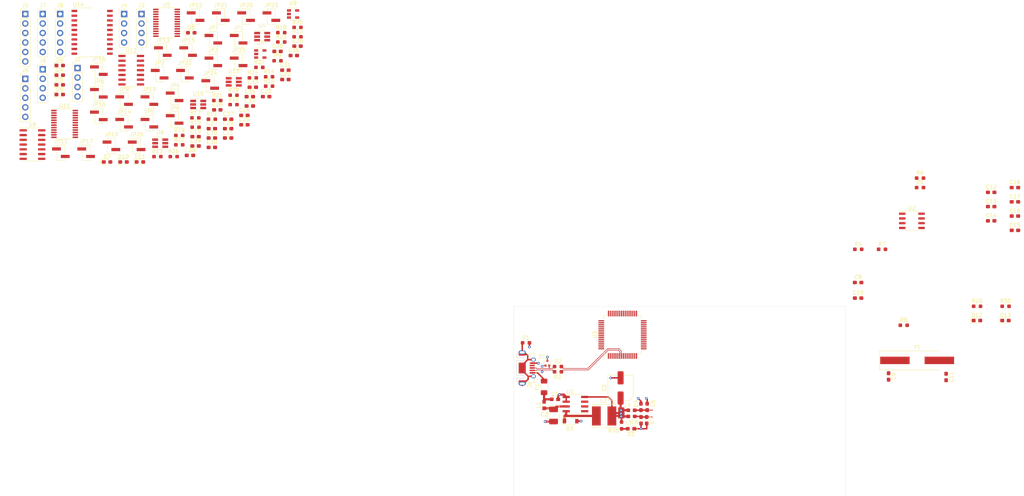
<source format=kicad_pcb>
(kicad_pcb (version 20171130) (host pcbnew 5.1.10-6.fc34)
  (title_block (title "Imperial Debuger") (date 2021-09-19) (rev 0.1) (company "Achenarian Empire") (comment 1 "Drawn by: Marc Kelly"))
  (layers (0 Front signal) (1 In1.Cu power) (2 In2.Cu power) (31 Back signal) (34 B.Paste user) (35 F.Paste user) (36 B.SilkS user) (37 F.SilkS user) (38 B.Mask user) (39 F.Mask user) (44 Edge.Cuts user))
  (net 0 "")
  (net 1 GND)
  (net 2 "Net-(C1-Pad1)")
  (net 3 VBUS)
  (net 4 +3V3)
  (net 5 VPLL)
  (net 6 VPHY)
  (net 7 "Net-(C9-Pad1)")
  (net 8 "Net-(C11-Pad1)")
  (net 9 "Net-(C21-Pad1)")
  (net 10 "Net-(C22-Pad1)")
  (net 11 +1V8)
  (net 12 "Net-(C25-Pad2)")
  (net 13 "Net-(C25-Pad1)")
  (net 14 "Net-(C26-Pad2)")
  (net 15 "Net-(C26-Pad1)")
  (net 16 "Net-(C29-Pad1)")
  (net 17 "Net-(C30-Pad1)")
  (net 18 /Transceivers/VREF)
  (net 19 "Net-(C33-Pad2)")
  (net 20 "Net-(C33-Pad1)")
  (net 21 "Net-(C34-Pad2)")
  (net 22 "Net-(C34-Pad1)")
  (net 23 "Net-(C35-Pad2)")
  (net 24 "Net-(C35-Pad1)")
  (net 25 "Net-(C36-Pad2)")
  (net 26 "Net-(C36-Pad1)")
  (net 27 "Net-(C37-Pad1)")
  (net 28 "Net-(C39-Pad1)")
  (net 29 "Net-(D2-Pad2)")
  (net 30 "Net-(D3-Pad1)")
  (net 31 "Net-(D4-Pad2)")
  (net 32 "Net-(D5-Pad2)")
  (net 33 "Net-(D6-Pad2)")
  (net 34 "Net-(D7-Pad2)")
  (net 35 "Net-(D8-Pad2)")
  (net 36 "Net-(D9-Pad2)")
  (net 37 "Net-(D10-Pad2)")
  (net 38 "Net-(D11-Pad2)")
  (net 39 "Net-(D12-Pad2)")
  (net 40 PWREN#)
  (net 41 "Net-(D13-Pad2)")
  (net 42 SUSPEND#)
  (net 43 "Net-(F1-Pad2)")
  (net 44 "Net-(J1-Pad6)")
  (net 45 "Net-(J1-Pad4)")
  (net 46 ADBUS3)
  (net 47 ADBUS2)
  (net 48 ADBUS1)
  (net 49 ADBUS0)
  (net 50 CDBUS3)
  (net 51 CDBUS2)
  (net 52 CDBUS1)
  (net 53 CDBUS0)
  (net 54 DDBUS3)
  (net 55 DDBUS2)
  (net 56 DDBUS1)
  (net 57 DDBUS0)
  (net 58 /Transceivers/PORT_1_CTS)
  (net 59 /Transceivers/PORT_1_RTS)
  (net 60 /Transceivers/PORT_1_RXD)
  (net 61 /Transceivers/PORT_1_TXD)
  (net 62 /Transceivers/PORT_2_CTS)
  (net 63 /Transceivers/PORT_2_RTS)
  (net 64 /Transceivers/PORT_2_RXD)
  (net 65 /Transceivers/PORT_2_TXD)
  (net 66 /Transceivers/PORT_3_CTS)
  (net 67 /Transceivers/PORT_3_RTS)
  (net 68 /Transceivers/PORT_3_RXD)
  (net 69 /Transceivers/PORT_3_TXD)
  (net 70 /Transceivers/PORT_4_CTS)
  (net 71 /Transceivers/PORT_4_RTS)
  (net 72 /Transceivers/PORT_4_RXD)
  (net 73 /Transceivers/PORT_4_TXD)
  (net 74 BDBUS3)
  (net 75 BDBUS2)
  (net 76 BDBUS1)
  (net 77 BDBUS0)
  (net 78 /Transceivers/RS323n_3)
  (net 79 /Transceivers/FULLn_3)
  (net 80 "Net-(JP3-Pad2)")
  (net 81 /Transceivers/TXD_1)
  (net 82 /Transceivers/RXD_1)
  (net 83 /Transceivers/RTSn_1)
  (net 84 /Transceivers/CTSn_1)
  (net 85 /Transceivers/TXD_3)
  (net 86 /Transceivers/RXD_3)
  (net 87 /Transceivers/RTSn_3)
  (net 88 /Transceivers/CTSn_3)
  (net 89 /Transceivers/RS323n_4)
  (net 90 /Transceivers/FULLn_4)
  (net 91 "Net-(JP14-Pad2)")
  (net 92 +2V5)
  (net 93 /Transceivers/TXD_4)
  (net 94 /Transceivers/RXD_4)
  (net 95 /Transceivers/RTSn_4)
  (net 96 /Transceivers/CTSn_4)
  (net 97 /Transceivers/TXD_2)
  (net 98 /Transceivers/RXD_2)
  (net 99 /Transceivers/RTSn_2)
  (net 100 /Transceivers/CTSn_2)
  (net 101 "/USB and Power/RESET#")
  (net 102 "Net-(R5-Pad1)")
  (net 103 "Net-(R6-Pad1)")
  (net 104 "Net-(R7-Pad1)")
  (net 105 "Net-(R8-Pad2)")
  (net 106 "Net-(R15-Pad2)")
  (net 107 "Net-(R18-Pad1)")
  (net 108 "Net-(R19-Pad1)")
  (net 109 "Net-(U1-Pad3)")
  (net 110 "Net-(U1-Pad2)")
  (net 111 "Net-(U1-Pad1)")
  (net 112 "Net-(U2-Pad7)")
  (net 113 "Net-(U2-Pad6)")
  (net 114 "Net-(U2-Pad2)")
  (net 115 "Net-(U2-Pad1)")
  (net 116 DDBUS7)
  (net 117 DDBUS6)
  (net 118 DDBUS5)
  (net 119 DDBUS4)
  (net 120 CDBUS7)
  (net 121 CDBUS6)
  (net 122 CDBUS5)
  (net 123 CDBUS4)
  (net 124 BDBUS7)
  (net 125 BDBUS5)
  (net 126 BDBUS4)
  (net 127 ADBUS7)
  (net 128 ADBUS6)
  (net 129 ADBUS5)
  (net 130 ADBUS4)
  (net 131 /Transceivers/T2IN_3)
  (net 132 /Transceivers/REn_3)
  (net 133 "Net-(U5-Pad10)")
  (net 134 "Net-(U7-Pad4)")
  (net 135 "Net-(U12-Pad5)")
  (net 136 "Net-(U12-Pad4)")
  (net 137 "Net-(U12-Pad3)")
  (net 138 "Net-(U12-Pad2)")
  (net 139 "Net-(U9-Pad4)")
  (net 140 /Transceivers/T2IN_4)
  (net 141 /Transceivers/REn_4)
  (net 142 "Net-(U11-Pad10)")
  (net 143 "/USB and Power/D_P")
  (net 144 "/USB and Power/D_N")
  (net 145 "/USB and Power/D+")
  (net 146 "/USB and Power/D-")
  (module Connector_USB:USB_Micro-AB_Molex_47590-0001 (layer Front) (at 40.64 105.41 270)
    (fp_text reference J1 (at 4.572 -1.905) (layer F.SilkS))
    (fp_text value USB_B_Micro)
    (fp_arc (start -2.375 -0.125) (end -2.8 -0.125) (angle 180) (layer Edge.Cuts) (width 0.1))
    (fp_arc (start 2.375 -0.125) (end 1.95 -0.125) (angle 180) (layer Edge.Cuts) (width 0.1))
    (fp_line (start 2.8 1.45) (end 3.75 1.45) (layer Edge.Cuts) (width 0.1))
    (fp_line (start 2.8 -0.125) (end 2.8 1.45) (layer Edge.Cuts) (width 0.1))
    (fp_line (start 1.95 -0.125) (end 1.95 1.45) (layer Edge.Cuts) (width 0.1))
    (fp_line (start -1.95 1.45) (end 1.95 1.45) (layer Edge.Cuts) (width 0.1))
    (fp_line (start -1.95 -0.125) (end -1.95 1.45) (layer Edge.Cuts) (width 0.1))
    (fp_line (start -2.8 -0.125) (end -2.8 1.45) (layer Edge.Cuts) (width 0.1))
    (fp_line (start -3.75 1.45) (end -2.8 1.45) (layer Edge.Cuts) (width 0.1))
    (pad 6 smd rect (at -3.7375 0 270) (size 0.875 1.9) (layers Front F.Mask) (net 44 "Net-(J1-Pad6)"))
    (pad 6 smd rect (at 3.7375 0 270) (size 0.875 1.9) (layers Front F.Mask) (net 44 "Net-(J1-Pad6)"))
    (pad 6 smd rect (at 0 0 270) (size 2.9 1.9) (layers Front F.Paste F.Mask) (net 44 "Net-(J1-Pad6)"))
    (pad 2 smd rect (at 0.65 -2.675 270) (size 0.4 1.35) (layers Front F.Paste F.Mask) (net 146 "/USB and Power/D-"))
    (pad 6 thru_hole oval (at 4.175 0 270) (size 1 1.9) (drill oval 0.6 1.3) (layers *.Cu *.Mask) (net 44 "Net-(J1-Pad6)"))
    (pad 6 thru_hole oval (at -4.175 0 270) (size 1 1.9) (drill oval 0.6 1.3) (layers *.Cu *.Mask) (net 44 "Net-(J1-Pad6)"))
    (pad 6 thru_hole oval (at 2.225 -3 270) (size 1.05 1.25) (drill oval 0.65 0.85) (layers *.Cu *.Mask) (net 44 "Net-(J1-Pad6)"))
    (pad 1 smd rect (at 1.3 -2.675 270) (size 0.4 1.35) (layers Front F.Paste F.Mask) (net 43 "Net-(F1-Pad2)"))
    (pad 3 smd rect (at 0 -2.675 270) (size 0.4 1.35) (layers Front F.Paste F.Mask) (net 145 "/USB and Power/D+"))
    (pad 4 smd rect (at -0.65 -2.675 270) (size 0.4 1.35) (layers Front F.Paste F.Mask) (net 45 "Net-(J1-Pad4)"))
    (pad 5 smd rect (at -1.3 -2.675 270) (size 0.4 1.35) (layers Front F.Paste F.Mask) (net 1 GND))
    (pad 6 thru_hole oval (at -2.225 -3 270) (size 1.05 1.25) (drill oval 0.65 0.85) (layers *.Cu *.Mask) (net 44 "Net-(J1-Pad6)"))
  )
  (module Crystal:Crystal_SMD_HC49-SD_HandSoldering (layer Front) (at 146.177 103.378)
    (fp_text reference Y1 (at 0 -3.55) (layer F.SilkS))
    (fp_text value 12MHz)
    (pad 2 smd rect (at 5.9375 0) (size 7.875 2) (layers Front F.Paste F.Mask) (net 8 "Net-(C11-Pad1)"))
    (pad 1 smd rect (at -5.9375 0) (size 7.875 2) (layers Front F.Paste F.Mask) (net 7 "Net-(C9-Pad1)"))
  )
  (module Package_SO:SO-20_12.8x7.5mm_P1.27mm (layer Front) (at -74.304999 15.615001)
    (fp_text reference U14 (at -3.69 -7.42) (layer F.SilkS))
    (fp_text value MAX3222EIPW)
    (pad 20 smd rect (at 4.75 -5.715) (size 1.5 0.6) (layers Front F.Paste F.Mask) (net 42 SUSPEND#))
    (pad 19 smd rect (at 4.75 -4.445) (size 1.5 0.6) (layers Front F.Paste F.Mask) (net 4 +3V3))
    (pad 18 smd rect (at 4.75 -3.175) (size 1.5 0.6) (layers Front F.Paste F.Mask) (net 1 GND))
    (pad 17 smd rect (at 4.75 -1.905) (size 1.5 0.6) (layers Front F.Paste F.Mask) (net 65 /Transceivers/PORT_2_TXD))
    (pad 16 smd rect (at 4.75 -0.635) (size 1.5 0.6) (layers Front F.Paste F.Mask) (net 64 /Transceivers/PORT_2_RXD))
    (pad 15 smd rect (at 4.75 0.635) (size 1.5 0.6) (layers Front F.Paste F.Mask) (net 98 /Transceivers/RXD_2))
    (pad 14 smd rect (at 4.75 1.905) (size 1.5 0.6) (layers Front F.Paste F.Mask))
    (pad 13 smd rect (at 4.75 3.175) (size 1.5 0.6) (layers Front F.Paste F.Mask) (net 97 /Transceivers/TXD_2))
    (pad 12 smd rect (at 4.75 4.445) (size 1.5 0.6) (layers Front F.Paste F.Mask) (net 99 /Transceivers/RTSn_2))
    (pad 11 smd rect (at 4.75 5.715) (size 1.5 0.6) (layers Front F.Paste F.Mask))
    (pad 10 smd rect (at -4.75 5.715) (size 1.5 0.6) (layers Front F.Paste F.Mask) (net 100 /Transceivers/CTSn_2))
    (pad 9 smd rect (at -4.75 4.445) (size 1.5 0.6) (layers Front F.Paste F.Mask) (net 62 /Transceivers/PORT_2_CTS))
    (pad 8 smd rect (at -4.75 3.175) (size 1.5 0.6) (layers Front F.Paste F.Mask) (net 63 /Transceivers/PORT_2_RTS))
    (pad 7 smd rect (at -4.75 1.905) (size 1.5 0.6) (layers Front F.Paste F.Mask) (net 27 "Net-(C37-Pad1)"))
    (pad 1 smd rect (at -4.75 -5.715) (size 1.5 0.6) (layers Front F.Paste F.Mask) (net 1 GND))
    (pad 2 smd rect (at -4.75 -4.445) (size 1.5 0.6) (layers Front F.Paste F.Mask) (net 23 "Net-(C35-Pad2)"))
    (pad 3 smd rect (at -4.75 -3.175) (size 1.5 0.6) (layers Front F.Paste F.Mask) (net 28 "Net-(C39-Pad1)"))
    (pad 4 smd rect (at -4.75 -1.905) (size 1.5 0.6) (layers Front F.Paste F.Mask) (net 24 "Net-(C35-Pad1)"))
    (pad 5 smd rect (at -4.75 -0.635) (size 1.5 0.6) (layers Front F.Paste F.Mask) (net 25 "Net-(C36-Pad2)"))
    (pad 6 smd rect (at -4.75 0.635) (size 1.5 0.6) (layers Front F.Paste F.Mask) (net 26 "Net-(C36-Pad1)"))
  )
  (module Package_TO_SOT_SMD:SOT-23-6_Handsoldering (layer Front) (at -36.454999 28.865001)
    (fp_text reference U13 (at 0 -2.9) (layer F.SilkS))
    (fp_text value 74LVC1G3157)
    (pad 5 smd rect (at 1.35 0) (size 1.56 0.65) (layers Front F.Paste F.Mask) (net 4 +3V3))
    (pad 6 smd rect (at 1.35 -0.95) (size 1.56 0.65) (layers Front F.Paste F.Mask) (net 90 /Transceivers/FULLn_4))
    (pad 4 smd rect (at 1.35 0.95) (size 1.56 0.65) (layers Front F.Paste F.Mask) (net 141 /Transceivers/REn_4))
    (pad 3 smd rect (at -1.35 0.95) (size 1.56 0.65) (layers Front F.Paste F.Mask) (net 116 DDBUS7))
    (pad 2 smd rect (at -1.35 0) (size 1.56 0.65) (layers Front F.Paste F.Mask) (net 1 GND))
    (pad 1 smd rect (at -1.35 -0.95) (size 1.56 0.65) (layers Front F.Paste F.Mask) (net 108 "Net-(R19-Pad1)"))
  )
  (module Package_SO:SOIC-14_3.9x8.7mm_P1.27mm (layer Front) (at -63.854999 25.745001)
    (fp_text reference U12 (at 0 -5.28) (layer F.SilkS))
    (fp_text value TXS0104EDR)
    (pad 14 smd roundrect (at 2.475 -3.81) (size 1.95 0.6) (layers Front F.Paste F.Mask) (net 18 /Transceivers/VREF))
    (pad 13 smd roundrect (at 2.475 -2.54) (size 1.95 0.6) (layers Front F.Paste F.Mask) (net 61 /Transceivers/PORT_1_TXD))
    (pad 12 smd roundrect (at 2.475 -1.27) (size 1.95 0.6) (layers Front F.Paste F.Mask) (net 60 /Transceivers/PORT_1_RXD))
    (pad 11 smd roundrect (at 2.475 0) (size 1.95 0.6) (layers Front F.Paste F.Mask) (net 59 /Transceivers/PORT_1_RTS))
    (pad 10 smd roundrect (at 2.475 1.27) (size 1.95 0.6) (layers Front F.Paste F.Mask) (net 58 /Transceivers/PORT_1_CTS))
    (pad 9 smd roundrect (at 2.475 2.54) (size 1.95 0.6) (layers Front F.Paste F.Mask))
    (pad 8 smd roundrect (at 2.475 3.81) (size 1.95 0.6) (layers Front F.Paste F.Mask) (net 106 "Net-(R15-Pad2)"))
    (pad 7 smd roundrect (at -2.475 3.81) (size 1.95 0.6) (layers Front F.Paste F.Mask) (net 1 GND))
    (pad 6 smd roundrect (at -2.475 2.54) (size 1.95 0.6) (layers Front F.Paste F.Mask))
    (pad 5 smd roundrect (at -2.475 1.27) (size 1.95 0.6) (layers Front F.Paste F.Mask) (net 135 "Net-(U12-Pad5)"))
    (pad 4 smd roundrect (at -2.475 0) (size 1.95 0.6) (layers Front F.Paste F.Mask) (net 136 "Net-(U12-Pad4)"))
    (pad 3 smd roundrect (at -2.475 -1.27) (size 1.95 0.6) (layers Front F.Paste F.Mask) (net 137 "Net-(U12-Pad3)"))
    (pad 2 smd roundrect (at -2.475 -2.54) (size 1.95 0.6) (layers Front F.Paste F.Mask) (net 138 "Net-(U12-Pad2)"))
    (pad 1 smd roundrect (at -2.475 -3.81) (size 1.95 0.6) (layers Front F.Paste F.Mask) (net 11 +1V8))
  )
  (module Package_SO:TSSOP-24_4.4x7.8mm_P0.65mm (layer Front) (at -81.654999 40.115001)
    (fp_text reference U11 (at 0 -4.85) (layer F.SilkS))
    (fp_text value SP330EEY-L)
    (pad 24 smd roundrect (at 2.8625 -3.575) (size 1.475 0.4) (layers Front F.Paste F.Mask) (net 17 "Net-(C30-Pad1)"))
    (pad 23 smd roundrect (at 2.8625 -2.925) (size 1.475 0.4) (layers Front F.Paste F.Mask) (net 22 "Net-(C34-Pad1)"))
    (pad 22 smd roundrect (at 2.8625 -2.275) (size 1.475 0.4) (layers Front F.Paste F.Mask) (net 21 "Net-(C34-Pad2)"))
    (pad 21 smd roundrect (at 2.8625 -1.625) (size 1.475 0.4) (layers Front F.Paste F.Mask) (net 16 "Net-(C29-Pad1)"))
    (pad 20 smd roundrect (at 2.8625 -0.975) (size 1.475 0.4) (layers Front F.Paste F.Mask) (net 93 /Transceivers/TXD_4))
    (pad 19 smd roundrect (at 2.8625 -0.325) (size 1.475 0.4) (layers Front F.Paste F.Mask) (net 140 /Transceivers/T2IN_4))
    (pad 18 smd roundrect (at 2.8625 0.325) (size 1.475 0.4) (layers Front F.Paste F.Mask) (net 141 /Transceivers/REn_4))
    (pad 17 smd roundrect (at 2.8625 0.975) (size 1.475 0.4) (layers Front F.Paste F.Mask) (net 70 /Transceivers/PORT_4_CTS))
    (pad 16 smd roundrect (at 2.8625 1.625) (size 1.475 0.4) (layers Front F.Paste F.Mask) (net 72 /Transceivers/PORT_4_RXD))
    (pad 15 smd roundrect (at 2.8625 2.275) (size 1.475 0.4) (layers Front F.Paste F.Mask) (net 1 GND))
    (pad 14 smd roundrect (at 2.8625 2.925) (size 1.475 0.4) (layers Front F.Paste F.Mask) (net 90 /Transceivers/FULLn_4))
    (pad 13 smd roundrect (at 2.8625 3.575) (size 1.475 0.4) (layers Front F.Paste F.Mask) (net 89 /Transceivers/RS323n_4))
    (pad 12 smd roundrect (at -2.8625 3.575) (size 1.475 0.4) (layers Front F.Paste F.Mask) (net 91 "Net-(JP14-Pad2)"))
    (pad 11 smd roundrect (at -2.8625 2.925) (size 1.475 0.4) (layers Front F.Paste F.Mask) (net 42 SUSPEND#))
    (pad 10 smd roundrect (at -2.8625 2.275) (size 1.475 0.4) (layers Front F.Paste F.Mask) (net 142 "Net-(U11-Pad10)"))
    (pad 9 smd roundrect (at -2.8625 1.625) (size 1.475 0.4) (layers Front F.Paste F.Mask) (net 94 /Transceivers/RXD_4))
    (pad 8 smd roundrect (at -2.8625 0.975) (size 1.475 0.4) (layers Front F.Paste F.Mask) (net 96 /Transceivers/CTSn_4))
    (pad 7 smd roundrect (at -2.8625 0.325) (size 1.475 0.4) (layers Front F.Paste F.Mask) (net 71 /Transceivers/PORT_4_RTS))
    (pad 6 smd roundrect (at -2.8625 -0.325) (size 1.475 0.4) (layers Front F.Paste F.Mask) (net 73 /Transceivers/PORT_4_TXD))
    (pad 5 smd roundrect (at -2.8625 -0.975) (size 1.475 0.4) (layers Front F.Paste F.Mask) (net 1 GND))
    (pad 4 smd roundrect (at -2.8625 -1.625) (size 1.475 0.4) (layers Front F.Paste F.Mask) (net 20 "Net-(C33-Pad1)"))
    (pad 3 smd roundrect (at -2.8625 -2.275) (size 1.475 0.4) (layers Front F.Paste F.Mask) (net 4 +3V3))
    (pad 2 smd roundrect (at -2.8625 -2.925) (size 1.475 0.4) (layers Front F.Paste F.Mask) (net 4 +3V3))
    (pad 1 smd roundrect (at -2.8625 -3.575) (size 1.475 0.4) (layers Front F.Paste F.Mask) (net 19 "Net-(C33-Pad2)"))
  )
  (module Package_TO_SOT_SMD:SOT-23-6_Handsoldering (layer Front) (at -45.954999 34.915001)
    (fp_text reference U10 (at 0 -2.9) (layer F.SilkS))
    (fp_text value 74LVC1G3157)
    (pad 5 smd rect (at 1.35 0) (size 1.56 0.65) (layers Front F.Paste F.Mask) (net 4 +3V3))
    (pad 6 smd rect (at 1.35 -0.95) (size 1.56 0.65) (layers Front F.Paste F.Mask) (net 89 /Transceivers/RS323n_4))
    (pad 4 smd rect (at 1.35 0.95) (size 1.56 0.65) (layers Front F.Paste F.Mask) (net 140 /Transceivers/T2IN_4))
    (pad 3 smd rect (at -1.35 0.95) (size 1.56 0.65) (layers Front F.Paste F.Mask) (net 95 /Transceivers/RTSn_4))
    (pad 2 smd rect (at -1.35 0) (size 1.56 0.65) (layers Front F.Paste F.Mask) (net 1 GND))
    (pad 1 smd rect (at -1.35 -0.95) (size 1.56 0.65) (layers Front F.Paste F.Mask) (net 116 DDBUS7))
  )
  (module Package_TO_SOT_SMD:SOT-23-5 (layer Front) (at -20.604999 10.715001)
    (fp_text reference U9 (at 0 -2.9) (layer F.SilkS))
    (fp_text value TLV75518PDBV)
    (pad 5 smd rect (at 1.1 -0.95) (size 1.06 0.65) (layers Front F.Paste F.Mask) (net 11 +1V8))
    (pad 4 smd rect (at 1.1 0.95) (size 1.06 0.65) (layers Front F.Paste F.Mask) (net 139 "Net-(U9-Pad4)"))
    (pad 3 smd rect (at -1.1 0.95) (size 1.06 0.65) (layers Front F.Paste F.Mask) (net 4 +3V3))
    (pad 2 smd rect (at -1.1 0) (size 1.06 0.65) (layers Front F.Paste F.Mask) (net 1 GND))
    (pad 1 smd rect (at -1.1 -0.95) (size 1.06 0.65) (layers Front F.Paste F.Mask) (net 4 +3V3))
  )
  (module Package_SO:SOIC-14_3.9x8.7mm_P1.27mm (layer Front) (at -90.254999 45.645001)
    (fp_text reference U8 (at 0 -5.28) (layer F.SilkS))
    (fp_text value TXS0104EDR)
    (pad 14 smd roundrect (at 2.475 -3.81) (size 1.95 0.6) (layers Front F.Paste F.Mask) (net 4 +3V3))
    (pad 13 smd roundrect (at 2.475 -2.54) (size 1.95 0.6) (layers Front F.Paste F.Mask) (net 81 /Transceivers/TXD_1))
    (pad 12 smd roundrect (at 2.475 -1.27) (size 1.95 0.6) (layers Front F.Paste F.Mask) (net 82 /Transceivers/RXD_1))
    (pad 11 smd roundrect (at 2.475 0) (size 1.95 0.6) (layers Front F.Paste F.Mask) (net 83 /Transceivers/RTSn_1))
    (pad 10 smd roundrect (at 2.475 1.27) (size 1.95 0.6) (layers Front F.Paste F.Mask) (net 84 /Transceivers/CTSn_1))
    (pad 9 smd roundrect (at 2.475 2.54) (size 1.95 0.6) (layers Front F.Paste F.Mask))
    (pad 8 smd roundrect (at 2.475 3.81) (size 1.95 0.6) (layers Front F.Paste F.Mask) (net 106 "Net-(R15-Pad2)"))
    (pad 7 smd roundrect (at -2.475 3.81) (size 1.95 0.6) (layers Front F.Paste F.Mask) (net 1 GND))
    (pad 6 smd roundrect (at -2.475 2.54) (size 1.95 0.6) (layers Front F.Paste F.Mask))
    (pad 5 smd roundrect (at -2.475 1.27) (size 1.95 0.6) (layers Front F.Paste F.Mask) (net 135 "Net-(U12-Pad5)"))
    (pad 4 smd roundrect (at -2.475 0) (size 1.95 0.6) (layers Front F.Paste F.Mask) (net 136 "Net-(U12-Pad4)"))
    (pad 3 smd roundrect (at -2.475 -1.27) (size 1.95 0.6) (layers Front F.Paste F.Mask) (net 137 "Net-(U12-Pad3)"))
    (pad 2 smd roundrect (at -2.475 -2.54) (size 1.95 0.6) (layers Front F.Paste F.Mask) (net 138 "Net-(U12-Pad2)"))
    (pad 1 smd roundrect (at -2.475 -3.81) (size 1.95 0.6) (layers Front F.Paste F.Mask) (net 11 +1V8))
  )
  (module Package_TO_SOT_SMD:SOT-23-5 (layer Front) (at -29.354999 21.415001)
    (fp_text reference U7 (at 0 -2.9) (layer F.SilkS))
    (fp_text value TLV75525PDBV)
    (pad 5 smd rect (at 1.1 -0.95) (size 1.06 0.65) (layers Front F.Paste F.Mask) (net 92 +2V5))
    (pad 4 smd rect (at 1.1 0.95) (size 1.06 0.65) (layers Front F.Paste F.Mask) (net 134 "Net-(U7-Pad4)"))
    (pad 3 smd rect (at -1.1 0.95) (size 1.06 0.65) (layers Front F.Paste F.Mask) (net 4 +3V3))
    (pad 2 smd rect (at -1.1 0) (size 1.06 0.65) (layers Front F.Paste F.Mask) (net 1 GND))
    (pad 1 smd rect (at -1.1 -0.95) (size 1.06 0.65) (layers Front F.Paste F.Mask) (net 4 +3V3))
  )
  (module Package_TO_SOT_SMD:SOT-23-6_Handsoldering (layer Front) (at -56.104999 45.275001)
    (fp_text reference U6 (at 0 -2.9) (layer F.SilkS))
    (fp_text value 74LVC1G3157)
    (pad 5 smd rect (at 1.35 0) (size 1.56 0.65) (layers Front F.Paste F.Mask) (net 4 +3V3))
    (pad 6 smd rect (at 1.35 -0.95) (size 1.56 0.65) (layers Front F.Paste F.Mask) (net 79 /Transceivers/FULLn_3))
    (pad 4 smd rect (at 1.35 0.95) (size 1.56 0.65) (layers Front F.Paste F.Mask) (net 132 /Transceivers/REn_3))
    (pad 3 smd rect (at -1.35 0.95) (size 1.56 0.65) (layers Front F.Paste F.Mask) (net 120 CDBUS7))
    (pad 2 smd rect (at -1.35 0) (size 1.56 0.65) (layers Front F.Paste F.Mask) (net 1 GND))
    (pad 1 smd rect (at -1.35 -0.95) (size 1.56 0.65) (layers Front F.Paste F.Mask) (net 107 "Net-(R18-Pad1)"))
  )
  (module Package_SO:TSSOP-24_4.4x7.8mm_P0.65mm (layer Front) (at -54.404999 13.065001)
    (fp_text reference U5 (at 0 -4.85) (layer F.SilkS))
    (fp_text value SP330EEY-L)
    (pad 24 smd roundrect (at 2.8625 -3.575) (size 1.475 0.4) (layers Front F.Paste F.Mask) (net 10 "Net-(C22-Pad1)"))
    (pad 23 smd roundrect (at 2.8625 -2.925) (size 1.475 0.4) (layers Front F.Paste F.Mask) (net 15 "Net-(C26-Pad1)"))
    (pad 22 smd roundrect (at 2.8625 -2.275) (size 1.475 0.4) (layers Front F.Paste F.Mask) (net 14 "Net-(C26-Pad2)"))
    (pad 21 smd roundrect (at 2.8625 -1.625) (size 1.475 0.4) (layers Front F.Paste F.Mask) (net 9 "Net-(C21-Pad1)"))
    (pad 20 smd roundrect (at 2.8625 -0.975) (size 1.475 0.4) (layers Front F.Paste F.Mask) (net 85 /Transceivers/TXD_3))
    (pad 19 smd roundrect (at 2.8625 -0.325) (size 1.475 0.4) (layers Front F.Paste F.Mask) (net 131 /Transceivers/T2IN_3))
    (pad 18 smd roundrect (at 2.8625 0.325) (size 1.475 0.4) (layers Front F.Paste F.Mask) (net 132 /Transceivers/REn_3))
    (pad 17 smd roundrect (at 2.8625 0.975) (size 1.475 0.4) (layers Front F.Paste F.Mask) (net 66 /Transceivers/PORT_3_CTS))
    (pad 16 smd roundrect (at 2.8625 1.625) (size 1.475 0.4) (layers Front F.Paste F.Mask) (net 68 /Transceivers/PORT_3_RXD))
    (pad 15 smd roundrect (at 2.8625 2.275) (size 1.475 0.4) (layers Front F.Paste F.Mask) (net 1 GND))
    (pad 14 smd roundrect (at 2.8625 2.925) (size 1.475 0.4) (layers Front F.Paste F.Mask) (net 79 /Transceivers/FULLn_3))
    (pad 13 smd roundrect (at 2.8625 3.575) (size 1.475 0.4) (layers Front F.Paste F.Mask) (net 78 /Transceivers/RS323n_3))
    (pad 12 smd roundrect (at -2.8625 3.575) (size 1.475 0.4) (layers Front F.Paste F.Mask) (net 80 "Net-(JP3-Pad2)"))
    (pad 11 smd roundrect (at -2.8625 2.925) (size 1.475 0.4) (layers Front F.Paste F.Mask) (net 42 SUSPEND#))
    (pad 10 smd roundrect (at -2.8625 2.275) (size 1.475 0.4) (layers Front F.Paste F.Mask) (net 133 "Net-(U5-Pad10)"))
    (pad 9 smd roundrect (at -2.8625 1.625) (size 1.475 0.4) (layers Front F.Paste F.Mask) (net 86 /Transceivers/RXD_3))
    (pad 8 smd roundrect (at -2.8625 0.975) (size 1.475 0.4) (layers Front F.Paste F.Mask) (net 88 /Transceivers/CTSn_3))
    (pad 7 smd roundrect (at -2.8625 0.325) (size 1.475 0.4) (layers Front F.Paste F.Mask) (net 67 /Transceivers/PORT_3_RTS))
    (pad 6 smd roundrect (at -2.8625 -0.325) (size 1.475 0.4) (layers Front F.Paste F.Mask) (net 69 /Transceivers/PORT_3_TXD))
    (pad 5 smd roundrect (at -2.8625 -0.975) (size 1.475 0.4) (layers Front F.Paste F.Mask) (net 1 GND))
    (pad 4 smd roundrect (at -2.8625 -1.625) (size 1.475 0.4) (layers Front F.Paste F.Mask) (net 13 "Net-(C25-Pad1)"))
    (pad 3 smd roundrect (at -2.8625 -2.275) (size 1.475 0.4) (layers Front F.Paste F.Mask) (net 4 +3V3))
    (pad 2 smd roundrect (at -2.8625 -2.925) (size 1.475 0.4) (layers Front F.Paste F.Mask) (net 4 +3V3))
    (pad 1 smd roundrect (at -2.8625 -3.575) (size 1.475 0.4) (layers Front F.Paste F.Mask) (net 12 "Net-(C25-Pad2)"))
  )
  (module Package_TO_SOT_SMD:SOT-23-6_Handsoldering (layer Front) (at -28.854999 16.765001)
    (fp_text reference U4 (at 0 -2.9) (layer F.SilkS))
    (fp_text value 74LVC1G3157)
    (pad 5 smd rect (at 1.35 0) (size 1.56 0.65) (layers Front F.Paste F.Mask) (net 4 +3V3))
    (pad 6 smd rect (at 1.35 -0.95) (size 1.56 0.65) (layers Front F.Paste F.Mask) (net 78 /Transceivers/RS323n_3))
    (pad 4 smd rect (at 1.35 0.95) (size 1.56 0.65) (layers Front F.Paste F.Mask) (net 131 /Transceivers/T2IN_3))
    (pad 3 smd rect (at -1.35 0.95) (size 1.56 0.65) (layers Front F.Paste F.Mask) (net 87 /Transceivers/RTSn_3))
    (pad 2 smd rect (at -1.35 0) (size 1.56 0.65) (layers Front F.Paste F.Mask) (net 1 GND))
    (pad 1 smd rect (at -1.35 -0.95) (size 1.56 0.65) (layers Front F.Paste F.Mask) (net 120 CDBUS7))
  )
  (module Package_QFP:LQFP-64_10x10mm_P0.5mm (layer Front) (at 67.437 96.52 90)
    (fp_text reference U3 (at 0 -7.4 90) (layer F.SilkS))
    (fp_text value FT4232H)
    (pad 64 smd roundrect (at -3.75 -5.675 90) (size 0.3 1.55) (layers Front F.Paste F.Mask) (net 4 +3V3))
    (pad 63 smd roundrect (at -3.25 -5.675 90) (size 0.3 1.55) (layers Front F.Paste F.Mask) (net 115 "Net-(U2-Pad1)"))
    (pad 62 smd roundrect (at -2.75 -5.675 90) (size 0.3 1.55) (layers Front F.Paste F.Mask) (net 114 "Net-(U2-Pad2)"))
    (pad 61 smd roundrect (at -2.25 -5.675 90) (size 0.3 1.55) (layers Front F.Paste F.Mask) (net 103 "Net-(R6-Pad1)"))
    (pad 60 smd roundrect (at -1.75 -5.675 90) (size 0.3 1.55) (layers Front F.Paste F.Mask) (net 40 PWREN#))
    (pad 59 smd roundrect (at -1.25 -5.675 90) (size 0.3 1.55) (layers Front F.Paste F.Mask) (net 116 DDBUS7))
    (pad 58 smd roundrect (at -0.75 -5.675 90) (size 0.3 1.55) (layers Front F.Paste F.Mask) (net 117 DDBUS6))
    (pad 57 smd roundrect (at -0.25 -5.675 90) (size 0.3 1.55) (layers Front F.Paste F.Mask) (net 118 DDBUS5))
    (pad 56 smd roundrect (at 0.25 -5.675 90) (size 0.3 1.55) (layers Front F.Paste F.Mask) (net 4 +3V3))
    (pad 55 smd roundrect (at 0.75 -5.675 90) (size 0.3 1.55) (layers Front F.Paste F.Mask) (net 119 DDBUS4))
    (pad 54 smd roundrect (at 1.25 -5.675 90) (size 0.3 1.55) (layers Front F.Paste F.Mask) (net 54 DDBUS3))
    (pad 53 smd roundrect (at 1.75 -5.675 90) (size 0.3 1.55) (layers Front F.Paste F.Mask) (net 55 DDBUS2))
    (pad 52 smd roundrect (at 2.25 -5.675 90) (size 0.3 1.55) (layers Front F.Paste F.Mask) (net 56 DDBUS1))
    (pad 51 smd roundrect (at 2.75 -5.675 90) (size 0.3 1.55) (layers Front F.Paste F.Mask) (net 1 GND))
    (pad 50 smd roundrect (at 3.25 -5.675 90) (size 0.3 1.55) (layers Front F.Paste F.Mask) (net 4 +3V3))
    (pad 49 smd roundrect (at 3.75 -5.675 90) (size 0.3 1.55) (layers Front F.Paste F.Mask) (net 4 +3V3))
    (pad 48 smd roundrect (at 5.675 -3.75 90) (size 1.55 0.3) (layers Front F.Paste F.Mask) (net 57 DDBUS0))
    (pad 47 smd roundrect (at 5.675 -3.25 90) (size 1.55 0.3) (layers Front F.Paste F.Mask) (net 1 GND))
    (pad 46 smd roundrect (at 5.675 -2.75 90) (size 1.55 0.3) (layers Front F.Paste F.Mask) (net 120 CDBUS7))
    (pad 45 smd roundrect (at 5.675 -2.25 90) (size 1.55 0.3) (layers Front F.Paste F.Mask) (net 121 CDBUS6))
    (pad 44 smd roundrect (at 5.675 -1.75 90) (size 1.55 0.3) (layers Front F.Paste F.Mask) (net 122 CDBUS5))
    (pad 43 smd roundrect (at 5.675 -1.25 90) (size 1.55 0.3) (layers Front F.Paste F.Mask) (net 123 CDBUS4))
    (pad 42 smd roundrect (at 5.675 -0.75 90) (size 1.55 0.3) (layers Front F.Paste F.Mask) (net 4 +3V3))
    (pad 41 smd roundrect (at 5.675 -0.25 90) (size 1.55 0.3) (layers Front F.Paste F.Mask) (net 50 CDBUS3))
    (pad 40 smd roundrect (at 5.675 0.25 90) (size 1.55 0.3) (layers Front F.Paste F.Mask) (net 51 CDBUS2))
    (pad 39 smd roundrect (at 5.675 0.75 90) (size 1.55 0.3) (layers Front F.Paste F.Mask) (net 52 CDBUS1))
    (pad 38 smd roundrect (at 5.675 1.25 90) (size 1.55 0.3) (layers Front F.Paste F.Mask) (net 53 CDBUS0))
    (pad 37 smd roundrect (at 5.675 1.75 90) (size 1.55 0.3) (layers Front F.Paste F.Mask) (net 4 +3V3))
    (pad 36 smd roundrect (at 5.675 2.25 90) (size 1.55 0.3) (layers Front F.Paste F.Mask) (net 42 SUSPEND#))
    (pad 35 smd roundrect (at 5.675 2.75 90) (size 1.55 0.3) (layers Front F.Paste F.Mask) (net 1 GND))
    (pad 34 smd roundrect (at 5.675 3.25 90) (size 1.55 0.3) (layers Front F.Paste F.Mask) (net 124 BDBUS7))
    (pad 33 smd roundrect (at 5.675 3.75 90) (size 1.55 0.3) (layers Front F.Paste F.Mask) (net 77 BDBUS0))
    (pad 32 smd roundrect (at 3.75 5.675 90) (size 0.3 1.55) (layers Front F.Paste F.Mask) (net 125 BDBUS5))
    (pad 31 smd roundrect (at 3.25 5.675 90) (size 0.3 1.55) (layers Front F.Paste F.Mask) (net 4 +3V3))
    (pad 30 smd roundrect (at 2.75 5.675 90) (size 0.3 1.55) (layers Front F.Paste F.Mask) (net 126 BDBUS4))
    (pad 29 smd roundrect (at 2.25 5.675 90) (size 0.3 1.55) (layers Front F.Paste F.Mask) (net 74 BDBUS3))
    (pad 28 smd roundrect (at 1.75 5.675 90) (size 0.3 1.55) (layers Front F.Paste F.Mask) (net 75 BDBUS2))
    (pad 27 smd roundrect (at 1.25 5.675 90) (size 0.3 1.55) (layers Front F.Paste F.Mask) (net 76 BDBUS1))
    (pad 26 smd roundrect (at 0.75 5.675 90) (size 0.3 1.55) (layers Front F.Paste F.Mask) (net 77 BDBUS0))
    (pad 25 smd roundrect (at 0.25 5.675 90) (size 0.3 1.55) (layers Front F.Paste F.Mask) (net 1 GND))
    (pad 24 smd roundrect (at -0.25 5.675 90) (size 0.3 1.55) (layers Front F.Paste F.Mask) (net 127 ADBUS7))
    (pad 23 smd roundrect (at -0.75 5.675 90) (size 0.3 1.55) (layers Front F.Paste F.Mask) (net 128 ADBUS6))
    (pad 22 smd roundrect (at -1.25 5.675 90) (size 0.3 1.55) (layers Front F.Paste F.Mask) (net 129 ADBUS5))
    (pad 21 smd roundrect (at -1.75 5.675 90) (size 0.3 1.55) (layers Front F.Paste F.Mask) (net 130 ADBUS4))
    (pad 20 smd roundrect (at -2.25 5.675 90) (size 0.3 1.55) (layers Front F.Paste F.Mask) (net 4 +3V3))
    (pad 19 smd roundrect (at -2.75 5.675 90) (size 0.3 1.55) (layers Front F.Paste F.Mask) (net 46 ADBUS3))
    (pad 18 smd roundrect (at -3.25 5.675 90) (size 0.3 1.55) (layers Front F.Paste F.Mask) (net 47 ADBUS2))
    (pad 17 smd roundrect (at -3.75 5.675 90) (size 0.3 1.55) (layers Front F.Paste F.Mask) (net 48 ADBUS1))
    (pad 16 smd roundrect (at -5.675 3.75 90) (size 1.55 0.3) (layers Front F.Paste F.Mask) (net 49 ADBUS0))
    (pad 15 smd roundrect (at -5.675 3.25 90) (size 1.55 0.3) (layers Front F.Paste F.Mask) (net 1 GND))
    (pad 14 smd roundrect (at -5.675 2.75 90) (size 1.55 0.3) (layers Front F.Paste F.Mask) (net 101 "/USB and Power/RESET#"))
    (pad 13 smd roundrect (at -5.675 2.25 90) (size 1.55 0.3) (layers Front F.Paste F.Mask) (net 1 GND))
    (pad 12 smd roundrect (at -5.675 1.75 90) (size 1.55 0.3) (layers Front F.Paste F.Mask) (net 4 +3V3))
    (pad 11 smd roundrect (at -5.675 1.25 90) (size 1.55 0.3) (layers Front F.Paste F.Mask) (net 1 GND))
    (pad 10 smd roundrect (at -5.675 0.75 90) (size 1.55 0.3) (layers Front F.Paste F.Mask) (net 105 "Net-(R8-Pad2)"))
    (pad 9 smd roundrect (at -5.675 0.25 90) (size 1.55 0.3) (layers Front F.Paste F.Mask) (net 5 VPLL))
    (pad 8 smd roundrect (at -5.675 -0.25 90) (size 1.55 0.3) (layers Front F.Paste F.Mask) (net 143 "/USB and Power/D_P"))
    (pad 7 smd roundrect (at -5.675 -0.75 90) (size 1.55 0.3) (layers Front F.Paste F.Mask) (net 144 "/USB and Power/D_N"))
    (pad 6 smd roundrect (at -5.675 -1.25 90) (size 1.55 0.3) (layers Front F.Paste F.Mask) (net 104 "Net-(R7-Pad1)"))
    (pad 5 smd roundrect (at -5.675 -1.75 90) (size 1.55 0.3) (layers Front F.Paste F.Mask) (net 1 GND))
    (pad 4 smd roundrect (at -5.675 -2.25 90) (size 1.55 0.3) (layers Front F.Paste F.Mask) (net 6 VPHY))
    (pad 3 smd roundrect (at -5.675 -2.75 90) (size 1.55 0.3) (layers Front F.Paste F.Mask) (net 8 "Net-(C11-Pad1)"))
    (pad 2 smd roundrect (at -5.675 -3.25 90) (size 1.55 0.3) (layers Front F.Paste F.Mask) (net 7 "Net-(C9-Pad1)"))
    (pad 1 smd roundrect (at -5.675 -3.75 90) (size 1.55 0.3) (layers Front F.Paste F.Mask) (net 1 GND))
  )
  (module Package_SO:SO-8_3.9x4.9mm_P1.27mm (layer Front) (at 144.78 66.04)
    (fp_text reference U2 (at 0 -3.4) (layer F.SilkS))
    (fp_text value 93LC54B)
    (pad 8 smd roundrect (at 2.575 -1.905) (size 1.75 0.6) (layers Front F.Paste F.Mask) (net 4 +3V3))
    (pad 7 smd roundrect (at 2.575 -0.635) (size 1.75 0.6) (layers Front F.Paste F.Mask) (net 112 "Net-(U2-Pad7)"))
    (pad 6 smd roundrect (at 2.575 0.635) (size 1.75 0.6) (layers Front F.Paste F.Mask) (net 113 "Net-(U2-Pad6)"))
    (pad 5 smd roundrect (at 2.575 1.905) (size 1.75 0.6) (layers Front F.Paste F.Mask) (net 1 GND))
    (pad 4 smd roundrect (at -2.575 1.905) (size 1.75 0.6) (layers Front F.Paste F.Mask) (net 102 "Net-(R5-Pad1)"))
    (pad 3 smd roundrect (at -2.575 0.635) (size 1.75 0.6) (layers Front F.Paste F.Mask) (net 103 "Net-(R6-Pad1)"))
    (pad 2 smd roundrect (at -2.575 -0.635) (size 1.75 0.6) (layers Front F.Paste F.Mask) (net 114 "Net-(U2-Pad2)"))
    (pad 1 smd roundrect (at -2.575 -1.905) (size 1.75 0.6) (layers Front F.Paste F.Mask) (net 115 "Net-(U2-Pad1)"))
  )
  (module Package_SO:SOIC-8_3.9x4.9mm_P1.27mm (layer Front) (at 54.864 115.062 180)
    (fp_text reference U1 (at 1.397 3.302) (layer F.SilkS))
    (fp_text value LM2594M-3.3)
    (pad 8 smd roundrect (at 2.475 -1.905 180) (size 1.95 0.6) (layers Front F.Paste F.Mask) (net 30 "Net-(D3-Pad1)"))
    (pad 7 smd roundrect (at 2.475 -0.635 180) (size 1.95 0.6) (layers Front F.Paste F.Mask) (net 3 VBUS))
    (pad 6 smd roundrect (at 2.475 0.635 180) (size 1.95 0.6) (layers Front F.Paste F.Mask) (net 1 GND))
    (pad 5 smd roundrect (at 2.475 1.905 180) (size 1.95 0.6) (layers Front F.Paste F.Mask) (net 1 GND))
    (pad 4 smd roundrect (at -2.475 1.905 180) (size 1.95 0.6) (layers Front F.Paste F.Mask) (net 4 +3V3))
    (pad 3 smd roundrect (at -2.475 0.635 180) (size 1.95 0.6) (layers Front F.Paste F.Mask) (net 109 "Net-(U1-Pad3)"))
    (pad 2 smd roundrect (at -2.475 -0.635 180) (size 1.95 0.6) (layers Front F.Paste F.Mask) (net 110 "Net-(U1-Pad2)"))
    (pad 1 smd roundrect (at -2.475 -1.905 180) (size 1.95 0.6) (layers Front F.Paste F.Mask) (net 111 "Net-(U1-Pad1)"))
  )
  (module Resistor_SMD:R_0603_1608Metric_Pad0.98x0.95mm_HandSolder (layer Front) (at 169.8225 88.9)
    (fp_text reference R30 (at 0 -1.43) (layer F.SilkS))
    (fp_text value 330R)
    (pad 2 smd roundrect (at 0.9125 0) (size 0.975 0.95) (layers Front F.Paste F.Mask) (net 4 +3V3))
    (pad 1 smd roundrect (at -0.9125 0) (size 0.975 0.95) (layers Front F.Paste F.Mask) (net 41 "Net-(D13-Pad2)"))
  )
  (module Resistor_SMD:R_0603_1608Metric_Pad0.98x0.95mm_HandSolder (layer Front) (at 162.2025 88.9)
    (fp_text reference R29 (at 0 -1.43) (layer F.SilkS))
    (fp_text value 330R)
    (pad 2 smd roundrect (at 0.9125 0) (size 0.975 0.95) (layers Front F.Paste F.Mask) (net 4 +3V3))
    (pad 1 smd roundrect (at -0.9125 0) (size 0.975 0.95) (layers Front F.Paste F.Mask) (net 39 "Net-(D12-Pad2)"))
  )
  (module Resistor_SMD:R_0603_1608Metric_Pad0.98x0.95mm_HandSolder (layer Front) (at -36.504999 32.445001)
    (fp_text reference R28 (at 0 -1.43) (layer F.SilkS))
    (fp_text value 330R)
    (pad 2 smd roundrect (at 0.9125 0) (size 0.975 0.95) (layers Front F.Paste F.Mask) (net 56 DDBUS1))
    (pad 1 smd roundrect (at -0.9125 0) (size 0.975 0.95) (layers Front F.Paste F.Mask) (net 38 "Net-(D11-Pad2)"))
  )
  (module Resistor_SMD:R_0603_1608Metric_Pad0.98x0.95mm_HandSolder (layer Front) (at -29.604999 24.995001)
    (fp_text reference R27 (at 0 -1.43) (layer F.SilkS))
    (fp_text value 330R)
    (pad 2 smd roundrect (at 0.9125 0) (size 0.975 0.95) (layers Front F.Paste F.Mask) (net 57 DDBUS0))
    (pad 1 smd roundrect (at -0.9125 0) (size 0.975 0.95) (layers Front F.Paste F.Mask) (net 37 "Net-(D10-Pad2)"))
  )
  (module Resistor_SMD:R_0603_1608Metric_Pad0.98x0.95mm_HandSolder (layer Front) (at -52.504999 48.855001)
    (fp_text reference R26 (at 0 -1.43) (layer F.SilkS))
    (fp_text value 330R)
    (pad 2 smd roundrect (at 0.9125 0) (size 0.975 0.95) (layers Front F.Paste F.Mask) (net 52 CDBUS1))
    (pad 1 smd roundrect (at -0.9125 0) (size 0.975 0.95) (layers Front F.Paste F.Mask) (net 36 "Net-(D9-Pad2)"))
  )
  (module Resistor_SMD:R_0603_1608Metric_Pad0.98x0.95mm_HandSolder (layer Front) (at -19.404999 14.295001)
    (fp_text reference R25 (at 0 -1.43) (layer F.SilkS))
    (fp_text value 330R)
    (pad 2 smd roundrect (at 0.9125 0) (size 0.975 0.95) (layers Front F.Paste F.Mask) (net 53 CDBUS0))
    (pad 1 smd roundrect (at -0.9125 0) (size 0.975 0.95) (layers Front F.Paste F.Mask) (net 35 "Net-(D8-Pad2)"))
  )
  (module Resistor_SMD:R_0603_1608Metric_Pad0.98x0.95mm_HandSolder (layer Front) (at -31.354999 27.795001)
    (fp_text reference R24 (at 0 -1.43) (layer F.SilkS))
    (fp_text value 330R)
    (pad 2 smd roundrect (at 0.9125 0) (size 0.975 0.95) (layers Front F.Paste F.Mask) (net 76 BDBUS1))
    (pad 1 smd roundrect (at -0.9125 0) (size 0.975 0.95) (layers Front F.Paste F.Mask) (net 34 "Net-(D7-Pad2)"))
  )
  (module Resistor_SMD:R_0603_1608Metric_Pad0.98x0.95mm_HandSolder (layer Front) (at -23.754999 18.205001)
    (fp_text reference R23 (at 0 -1.43) (layer F.SilkS))
    (fp_text value 330R)
    (pad 2 smd roundrect (at 0.9125 0) (size 0.975 0.95) (layers Front F.Paste F.Mask) (net 77 BDBUS0))
    (pad 1 smd roundrect (at -0.9125 0) (size 0.975 0.95) (layers Front F.Paste F.Mask) (net 33 "Net-(D6-Pad2)"))
  )
  (module Resistor_SMD:R_0603_1608Metric_Pad0.98x0.95mm_HandSolder (layer Front) (at -51.004999 45.705001)
    (fp_text reference R22 (at 0 -1.43) (layer F.SilkS))
    (fp_text value 330R)
    (pad 2 smd roundrect (at 0.9125 0) (size 0.975 0.95) (layers Front F.Paste F.Mask) (net 48 ADBUS1))
    (pad 1 smd roundrect (at -0.9125 0) (size 0.975 0.95) (layers Front F.Paste F.Mask) (net 32 "Net-(D5-Pad2)"))
  )
  (module Resistor_SMD:R_0603_1608Metric_Pad0.98x0.95mm_HandSolder (layer Front) (at -40.854999 33.845001)
    (fp_text reference R21 (at 0 -1.43) (layer F.SilkS))
    (fp_text value 330R)
    (pad 2 smd roundrect (at 0.9125 0) (size 0.975 0.95) (layers Front F.Paste F.Mask) (net 49 ADBUS0))
    (pad 1 smd roundrect (at -0.9125 0) (size 0.975 0.95) (layers Front F.Paste F.Mask) (net 31 "Net-(D4-Pad2)"))
  )
  (module Resistor_SMD:R_0603_1608Metric_Pad0.98x0.95mm_HandSolder (layer Front) (at 67.183 120.777 90)
    (fp_text reference R20 (at -1.397 -2.159 180) (layer F.SilkS))
    (fp_text value 330R)
    (pad 2 smd roundrect (at 0.9125 0 90) (size 0.975 0.95) (layers Front F.Paste F.Mask) (net 4 +3V3))
    (pad 1 smd roundrect (at -0.9125 0 90) (size 0.975 0.95) (layers Front F.Paste F.Mask) (net 29 "Net-(D2-Pad2)"))
  )
  (module Resistor_SMD:R_0603_1608Metric_Pad0.98x0.95mm_HandSolder (layer Front) (at -51.004999 43.195001)
    (fp_text reference R19 (at 0 -1.43) (layer F.SilkS))
    (fp_text value 4k7)
    (pad 2 smd roundrect (at 0.9125 0) (size 0.975 0.95) (layers Front F.Paste F.Mask) (net 1 GND))
    (pad 1 smd roundrect (at -0.9125 0) (size 0.975 0.95) (layers Front F.Paste F.Mask) (net 108 "Net-(R19-Pad1)"))
  )
  (module Resistor_SMD:R_0603_1608Metric_Pad0.98x0.95mm_HandSolder (layer Front) (at -23.754999 15.695001)
    (fp_text reference R18 (at 0 -1.43) (layer F.SilkS))
    (fp_text value 4k7)
    (pad 2 smd roundrect (at 0.9125 0) (size 0.975 0.95) (layers Front F.Paste F.Mask) (net 1 GND))
    (pad 1 smd roundrect (at -0.9125 0) (size 0.975 0.95) (layers Front F.Paste F.Mask) (net 107 "Net-(R18-Pad1)"))
  )
  (module Resistor_SMD:R_0603_1608Metric_Pad0.98x0.95mm_HandSolder (layer Front) (at -46.704999 38.495001)
    (fp_text reference R17 (at 0 -1.43) (layer F.SilkS))
    (fp_text value 4k7)
    (pad 2 smd roundrect (at 0.9125 0) (size 0.975 0.95) (layers Front F.Paste F.Mask) (net 40 PWREN#))
    (pad 1 smd roundrect (at -0.9125 0) (size 0.975 0.95) (layers Front F.Paste F.Mask) (net 4 +3V3))
  )
  (module Resistor_SMD:R_0603_1608Metric_Pad0.98x0.95mm_HandSolder (layer Front) (at -27.004999 30.015001)
    (fp_text reference R16 (at 0 -1.43) (layer F.SilkS))
    (fp_text value 4k7)
    (pad 2 smd roundrect (at 0.9125 0) (size 0.975 0.95) (layers Front F.Paste F.Mask) (net 42 SUSPEND#))
    (pad 1 smd roundrect (at -0.9125 0) (size 0.975 0.95) (layers Front F.Paste F.Mask) (net 4 +3V3))
  )
  (module Resistor_SMD:R_0603_1608Metric_Pad0.98x0.95mm_HandSolder (layer Front) (at -46.654999 41.005001)
    (fp_text reference R15 (at 0 -1.43) (layer F.SilkS))
    (fp_text value 4k7)
    (pad 2 smd roundrect (at 0.9125 0) (size 0.975 0.95) (layers Front F.Paste F.Mask) (net 106 "Net-(R15-Pad2)"))
    (pad 1 smd roundrect (at -0.9125 0) (size 0.975 0.95) (layers Front F.Paste F.Mask) (net 11 +1V8))
  )
  (module Resistor_SMD:R_0603_1608Metric_Pad0.98x0.95mm_HandSolder (layer Front) (at -27.004999 27.505001)
    (fp_text reference R14 (at 0 -1.43) (layer F.SilkS))
    (fp_text value 4.7k)
    (pad 2 smd roundrect (at 0.9125 0) (size 0.975 0.95) (layers Front F.Paste F.Mask) (net 91 "Net-(JP14-Pad2)"))
    (pad 1 smd roundrect (at -0.9125 0) (size 0.975 0.95) (layers Front F.Paste F.Mask) (net 4 +3V3))
  )
  (module Resistor_SMD:R_0603_1608Metric_Pad0.98x0.95mm_HandSolder (layer Front) (at -56.854999 48.855001)
    (fp_text reference R13 (at 0 -1.43) (layer F.SilkS))
    (fp_text value 4.7k)
    (pad 2 smd roundrect (at 0.9125 0) (size 0.975 0.95) (layers Front F.Paste F.Mask) (net 90 /Transceivers/FULLn_4))
    (pad 1 smd roundrect (at -0.9125 0) (size 0.975 0.95) (layers Front F.Paste F.Mask) (net 4 +3V3))
  )
  (module Resistor_SMD:R_0603_1608Metric_Pad0.98x0.95mm_HandSolder (layer Front) (at -19.404999 16.805001)
    (fp_text reference R12 (at 0 -1.43) (layer F.SilkS))
    (fp_text value 4.7k)
    (pad 2 smd roundrect (at 0.9125 0) (size 0.975 0.95) (layers Front F.Paste F.Mask) (net 89 /Transceivers/RS323n_4))
    (pad 1 smd roundrect (at -0.9125 0) (size 0.975 0.95) (layers Front F.Paste F.Mask) (net 4 +3V3))
  )
  (module Resistor_SMD:R_0603_1608Metric_Pad0.98x0.95mm_HandSolder (layer Front) (at -42.304999 38.865001)
    (fp_text reference R11 (at 0 -1.43) (layer F.SilkS))
    (fp_text value 4.7k)
    (pad 2 smd roundrect (at 0.9125 0) (size 0.975 0.95) (layers Front F.Paste F.Mask) (net 80 "Net-(JP3-Pad2)"))
    (pad 1 smd roundrect (at -0.9125 0) (size 0.975 0.95) (layers Front F.Paste F.Mask) (net 4 +3V3))
  )
  (module Resistor_SMD:R_0603_1608Metric_Pad0.98x0.95mm_HandSolder (layer Front) (at -36.504999 34.955001)
    (fp_text reference R10 (at 0 -1.43) (layer F.SilkS))
    (fp_text value 4.7k)
    (pad 2 smd roundrect (at 0.9125 0) (size 0.975 0.95) (layers Front F.Paste F.Mask) (net 79 /Transceivers/FULLn_3))
    (pad 1 smd roundrect (at -0.9125 0) (size 0.975 0.95) (layers Front F.Paste F.Mask) (net 4 +3V3))
  )
  (module Resistor_SMD:R_0603_1608Metric_Pad0.98x0.95mm_HandSolder (layer Front) (at -24.754999 23.225001)
    (fp_text reference R9 (at 0 -1.43) (layer F.SilkS))
    (fp_text value 4.7k)
    (pad 2 smd roundrect (at 0.9125 0) (size 0.975 0.95) (layers Front F.Paste F.Mask) (net 78 /Transceivers/RS323n_3))
    (pad 1 smd roundrect (at -0.9125 0) (size 0.975 0.95) (layers Front F.Paste F.Mask) (net 4 +3V3))
  )
  (module Resistor_SMD:R_0603_1608Metric_Pad0.98x0.95mm_HandSolder (layer Front) (at 142.5975 93.98)
    (fp_text reference R8 (at 0 -1.43) (layer F.SilkS))
    (fp_text value 0R)
    (pad 2 smd roundrect (at 0.9125 0) (size 0.975 0.95) (layers Front F.Paste F.Mask) (net 105 "Net-(R8-Pad2)"))
    (pad 1 smd roundrect (at -0.9125 0) (size 0.975 0.95) (layers Front F.Paste F.Mask) (net 1 GND))
  )
  (module Resistor_SMD:R_0603_1608Metric_Pad0.98x0.95mm_HandSolder (layer Front) (at 136.8025 73.66)
    (fp_text reference R7 (at 0 -1.43) (layer F.SilkS))
    (fp_text value 12k/1%)
    (pad 2 smd roundrect (at 0.9125 0) (size 0.975 0.95) (layers Front F.Paste F.Mask) (net 1 GND))
    (pad 1 smd roundrect (at -0.9125 0) (size 0.975 0.95) (layers Front F.Paste F.Mask) (net 104 "Net-(R7-Pad1)"))
  )
  (module Resistor_SMD:R_0603_1608Metric_Pad0.98x0.95mm_HandSolder (layer Front) (at 146.9625 54.61)
    (fp_text reference R6 (at 0 -1.43) (layer F.SilkS))
    (fp_text value 2K)
    (pad 2 smd roundrect (at 0.9125 0) (size 0.975 0.95) (layers Front F.Paste F.Mask) (net 102 "Net-(R5-Pad1)"))
    (pad 1 smd roundrect (at -0.9125 0) (size 0.975 0.95) (layers Front F.Paste F.Mask) (net 103 "Net-(R6-Pad1)"))
  )
  (module Resistor_SMD:R_0603_1608Metric_Pad0.98x0.95mm_HandSolder (layer Front) (at 146.9625 57.15)
    (fp_text reference R5 (at 0 -1.43) (layer F.SilkS))
    (fp_text value 10k)
    (pad 2 smd roundrect (at 0.9125 0) (size 0.975 0.95) (layers Front F.Paste F.Mask) (net 4 +3V3))
    (pad 1 smd roundrect (at -0.9125 0) (size 0.975 0.95) (layers Front F.Paste F.Mask) (net 102 "Net-(R5-Pad1)"))
  )
  (module Resistor_SMD:R_0603_1608Metric_Pad0.98x0.95mm_HandSolder (layer Front) (at 130.4525 73.66)
    (fp_text reference R4 (at 0 -1.43) (layer F.SilkS))
    (fp_text value 10k)
    (pad 2 smd roundrect (at 0.9125 0) (size 0.975 0.95) (layers Front F.Paste F.Mask) (net 4 +3V3))
    (pad 1 smd roundrect (at -0.9125 0) (size 0.975 0.95) (layers Front F.Paste F.Mask) (net 101 "/USB and Power/RESET#"))
  )
  (module Resistor_SMD:R_0603_1608Metric_Pad0.98x0.95mm_HandSolder (layer Front) (at 50.1885 106.426 180)
    (fp_text reference R3 (at 0.127 -1.397) (layer F.SilkS))
    (fp_text value R10)
    (pad 2 smd roundrect (at 0.9125 0 180) (size 0.975 0.95) (layers Front F.Paste F.Mask) (net 146 "/USB and Power/D-"))
    (pad 1 smd roundrect (at -0.9125 0 180) (size 0.975 0.95) (layers Front F.Paste F.Mask) (net 144 "/USB and Power/D_N"))
  )
  (module Resistor_SMD:R_0603_1608Metric_Pad0.98x0.95mm_HandSolder (layer Front) (at 50.1885 105.029 180)
    (fp_text reference R2 (at 0 1.397) (layer F.SilkS))
    (fp_text value 10R)
    (pad 2 smd roundrect (at 0.9125 0 180) (size 0.975 0.95) (layers Front F.Paste F.Mask) (net 145 "/USB and Power/D+"))
    (pad 1 smd roundrect (at -0.9125 0 180) (size 0.975 0.95) (layers Front F.Paste F.Mask) (net 143 "/USB and Power/D_P"))
  )
  (module Resistor_SMD:R_0603_1608Metric_Pad0.98x0.95mm_HandSolder (layer Front) (at 41.656 98.679)
    (fp_text reference R1 (at 0 -1.43) (layer F.SilkS))
    (fp_text value 0R)
    (pad 2 smd roundrect (at 0.9125 0) (size 0.975 0.95) (layers Front F.Paste F.Mask) (net 1 GND))
    (pad 1 smd roundrect (at -0.9125 0) (size 0.975 0.95) (layers Front F.Paste F.Mask) (net 44 "Net-(J1-Pad6)"))
  )
  (module Inductor_SMD:L_0603_1608Metric_Pad1.05x0.95mm_HandSolder (layer Front) (at 69.836 116.713)
    (fp_text reference L4 (at -1.002 -1.43) (layer F.SilkS))
    (fp_text value 330R/0.5A)
    (pad 2 smd roundrect (at 0.875 0) (size 1.05 0.95) (layers Front F.Paste F.Mask) (net 5 VPLL))
    (pad 1 smd roundrect (at -0.875 0) (size 1.05 0.95) (layers Front F.Paste F.Mask) (net 4 +3V3))
  )
  (module Inductor_SMD:L_0603_1608Metric_Pad1.05x0.95mm_HandSolder (layer Front) (at 69.85 118.364)
    (fp_text reference L3 (at -0.889 1.651) (layer F.SilkS))
    (fp_text value 330R/0.5A)
    (pad 2 smd roundrect (at 0.875 0) (size 1.05 0.95) (layers Front F.Paste F.Mask) (net 6 VPHY))
    (pad 1 smd roundrect (at -0.875 0) (size 1.05 0.95) (layers Front F.Paste F.Mask) (net 4 +3V3))
  )
  (module Inductor_SMD:L_Bourns_SRN6045TA (layer Front) (at 62.527 118.237)
    (fp_text reference L2 (at -0.17 -4.064) (layer F.SilkS))
    (fp_text value SRN6045-101M)
    (pad 2 smd rect (at 2.075 0) (size 2.35 5.1) (layers Front F.Paste F.Mask) (net 4 +3V3))
    (pad 1 smd rect (at -2.075 0) (size 2.35 5.1) (layers Front F.Paste F.Mask) (net 30 "Net-(D3-Pad1)"))
  )
  (module Inductor_SMD:L_0603_1608Metric_Pad1.05x0.95mm_HandSolder (layer Front) (at 46.482 115.316 90)
    (fp_text reference L1 (at 0 -1.524 90) (layer F.SilkS))
    (fp_text value 330R/0.5A)
    (pad 2 smd roundrect (at 0.875 0 90) (size 1.05 0.95) (layers Front F.Paste F.Mask) (net 2 "Net-(C1-Pad1)"))
    (pad 1 smd roundrect (at -0.875 0 90) (size 1.05 0.95) (layers Front F.Paste F.Mask) (net 3 VBUS))
  )
  (module Connector_PinHeader_2.00mm:PinHeader_1x02_P2.00mm_Vertical_SMD_Pin1Left (layer Front) (at -62.404999 45.975001)
    (fp_text reference JP26 (at 0 -3.06) (layer F.SilkS))
    (fp_text value Jumper)
    (pad 2 smd rect (at 1.175 1) (size 2.35 0.85) (layers Front F.Paste F.Mask) (net 100 /Transceivers/CTSn_2))
    (pad 1 smd rect (at -1.175 -1) (size 2.35 0.85) (layers Front F.Paste F.Mask) (net 74 BDBUS3))
  )
  (module Connector_PinHeader_2.00mm:PinHeader_1x02_P2.00mm_Vertical_SMD_Pin1Left (layer Front) (at -35.154999 23.515001)
    (fp_text reference JP25 (at 0 -3.06) (layer F.SilkS))
    (fp_text value Jumper)
    (pad 2 smd rect (at 1.175 1) (size 2.35 0.85) (layers Front F.Paste F.Mask) (net 99 /Transceivers/RTSn_2))
    (pad 1 smd rect (at -1.175 -1) (size 2.35 0.85) (layers Front F.Paste F.Mask) (net 75 BDBUS2))
  )
  (module Connector_PinHeader_2.00mm:PinHeader_1x02_P2.00mm_Vertical_SMD_Pin1Left (layer Front) (at -42.754999 29.565001)
    (fp_text reference JP24 (at 0 -3.06) (layer F.SilkS))
    (fp_text value Jumper)
    (pad 2 smd rect (at 1.175 1) (size 2.35 0.85) (layers Front F.Paste F.Mask) (net 98 /Transceivers/RXD_2))
    (pad 1 smd rect (at -1.175 -1) (size 2.35 0.85) (layers Front F.Paste F.Mask) (net 76 BDBUS1))
  )
  (module Connector_PinHeader_2.00mm:PinHeader_1x02_P2.00mm_Vertical_SMD_Pin1Left (layer Front) (at -26.404999 11.415001)
    (fp_text reference JP23 (at 0 -3.06) (layer F.SilkS))
    (fp_text value Jumper)
    (pad 2 smd rect (at 1.175 1) (size 2.35 0.85) (layers Front F.Paste F.Mask) (net 97 /Transceivers/TXD_2))
    (pad 1 smd rect (at -1.175 -1) (size 2.35 0.85) (layers Front F.Paste F.Mask) (net 77 BDBUS0))
  )
  (module Connector_PinHeader_2.00mm:PinHeader_1x02_P2.00mm_Vertical_SMD_Pin1Left (layer Front) (at -49.504999 26.815001)
    (fp_text reference JP22 (at 0 -3.06) (layer F.SilkS))
    (fp_text value Jumper)
    (pad 2 smd rect (at 1.175 1) (size 2.35 0.85) (layers Front F.Paste F.Mask) (net 96 /Transceivers/CTSn_4))
    (pad 1 smd rect (at -1.175 -1) (size 2.35 0.85) (layers Front F.Paste F.Mask) (net 54 DDBUS3))
  )
  (module Connector_PinHeader_2.00mm:PinHeader_1x02_P2.00mm_Vertical_SMD_Pin1Left (layer Front) (at -39.904999 11.415001)
    (fp_text reference JP21 (at 0 -3.06) (layer F.SilkS))
    (fp_text value Jumper)
    (pad 2 smd rect (at 1.175 1) (size 2.35 0.85) (layers Front F.Paste F.Mask) (net 95 /Transceivers/RTSn_4))
    (pad 1 smd rect (at -1.175 -1) (size 2.35 0.85) (layers Front F.Paste F.Mask) (net 55 DDBUS2))
  )
  (module Connector_PinHeader_2.00mm:PinHeader_1x02_P2.00mm_Vertical_SMD_Pin1Left (layer Front) (at -33.154999 11.415001)
    (fp_text reference JP20 (at 0 -3.06) (layer F.SilkS))
    (fp_text value Jumper)
    (pad 2 smd rect (at 1.175 1) (size 2.35 0.85) (layers Front F.Paste F.Mask) (net 94 /Transceivers/RXD_4))
    (pad 1 smd rect (at -1.175 -1) (size 2.35 0.85) (layers Front F.Paste F.Mask) (net 56 DDBUS1))
  )
  (module Connector_PinHeader_2.00mm:PinHeader_1x02_P2.00mm_Vertical_SMD_Pin1Left (layer Front) (at -69.154999 45.975001)
    (fp_text reference JP19 (at 0 -3.06) (layer F.SilkS))
    (fp_text value Jumper)
    (pad 2 smd rect (at 1.175 1) (size 2.35 0.85) (layers Front F.Paste F.Mask) (net 93 /Transceivers/TXD_4))
    (pad 1 smd rect (at -1.175 -1) (size 2.35 0.85) (layers Front F.Paste F.Mask) (net 57 DDBUS0))
  )
  (module Connector_PinHeader_2.00mm:PinHeader_1x02_P2.00mm_Vertical_SMD_Pin1Left (layer Front) (at -59.004999 33.875001)
    (fp_text reference JP18 (at 0 -3.06) (layer F.SilkS))
    (fp_text value Jumper)
    (pad 2 smd rect (at 1.175 1) (size 2.35 0.85) (layers Front F.Paste F.Mask) (net 18 /Transceivers/VREF))
    (pad 1 smd rect (at -1.175 -1) (size 2.35 0.85) (layers Front F.Paste F.Mask) (net 3 VBUS))
  )
  (module Connector_PinHeader_2.00mm:PinHeader_1x02_P2.00mm_Vertical_SMD_Pin1Left (layer Front) (at -75.904999 47.815001)
    (fp_text reference JP17 (at 0 -3.06) (layer F.SilkS))
    (fp_text value Jumper)
    (pad 2 smd rect (at 1.175 1) (size 2.35 0.85) (layers Front F.Paste F.Mask) (net 18 /Transceivers/VREF))
    (pad 1 smd rect (at -1.175 -1) (size 2.35 0.85) (layers Front F.Paste F.Mask) (net 4 +3V3))
  )
  (module Connector_PinHeader_2.00mm:PinHeader_1x02_P2.00mm_Vertical_SMD_Pin1Left (layer Front) (at -72.504999 25.865001)
    (fp_text reference JP16 (at 0 -3.06) (layer F.SilkS))
    (fp_text value Jumper)
    (pad 2 smd rect (at 1.175 1) (size 2.35 0.85) (layers Front F.Paste F.Mask) (net 18 /Transceivers/VREF))
    (pad 1 smd rect (at -1.175 -1) (size 2.35 0.85) (layers Front F.Paste F.Mask) (net 92 +2V5))
  )
  (module Connector_PinHeader_2.00mm:PinHeader_1x02_P2.00mm_Vertical_SMD_Pin1Left (layer Front) (at -48.654999 20.765001)
    (fp_text reference JP15 (at 0 -3.06) (layer F.SilkS))
    (fp_text value Jumper)
    (pad 2 smd rect (at 1.175 1) (size 2.35 0.85) (layers Front F.Paste F.Mask) (net 18 /Transceivers/VREF))
    (pad 1 smd rect (at -1.175 -1) (size 2.35 0.85) (layers Front F.Paste F.Mask) (net 11 +1V8))
  )
  (module Connector_PinHeader_2.00mm:PinHeader_1x02_P2.00mm_Vertical_SMD_Pin1Left (layer Front) (at -65.754999 39.925001)
    (fp_text reference JP14 (at 0 -3.06) (layer F.SilkS))
    (fp_text value Jumper)
    (pad 2 smd rect (at 1.175 1) (size 2.35 0.85) (layers Front F.Paste F.Mask) (net 91 "Net-(JP14-Pad2)"))
    (pad 1 smd rect (at -1.175 -1) (size 2.35 0.85) (layers Front F.Paste F.Mask) (net 1 GND))
  )
  (module Connector_PinHeader_2.00mm:PinHeader_1x02_P2.00mm_Vertical_SMD_Pin1Left (layer Front) (at -55.404999 20.765001)
    (fp_text reference JP13 (at 0 -3.06) (layer F.SilkS))
    (fp_text value Jumper)
    (pad 2 smd rect (at 1.175 1) (size 2.35 0.85) (layers Front F.Paste F.Mask) (net 90 /Transceivers/FULLn_4))
    (pad 1 smd rect (at -1.175 -1) (size 2.35 0.85) (layers Front F.Paste F.Mask) (net 1 GND))
  )
  (module Connector_PinHeader_2.00mm:PinHeader_1x02_P2.00mm_Vertical_SMD_Pin1Left (layer Front) (at -46.654999 11.415001)
    (fp_text reference JP12 (at 0 -3.06) (layer F.SilkS))
    (fp_text value Jumper)
    (pad 2 smd rect (at 1.175 1) (size 2.35 0.85) (layers Front F.Paste F.Mask) (net 89 /Transceivers/RS323n_4))
    (pad 1 smd rect (at -1.175 -1) (size 2.35 0.85) (layers Front F.Paste F.Mask) (net 1 GND))
  )
  (module Connector_PinHeader_2.00mm:PinHeader_1x02_P2.00mm_Vertical_SMD_Pin1Left (layer Front) (at -82.654999 47.815001)
    (fp_text reference JP11 (at 0 -3.06) (layer F.SilkS))
    (fp_text value Jumper)
    (pad 2 smd rect (at 1.175 1) (size 2.35 0.85) (layers Front F.Paste F.Mask) (net 88 /Transceivers/CTSn_3))
    (pad 1 smd rect (at -1.175 -1) (size 2.35 0.85) (layers Front F.Paste F.Mask) (net 50 CDBUS3))
  )
  (module Connector_PinHeader_2.00mm:PinHeader_1x02_P2.00mm_Vertical_SMD_Pin1Left (layer Front) (at -72.504999 37.965001)
    (fp_text reference JP10 (at 0 -3.06) (layer F.SilkS))
    (fp_text value Jumper)
    (pad 2 smd rect (at 1.175 1) (size 2.35 0.85) (layers Front F.Paste F.Mask) (net 87 /Transceivers/RTSn_3))
    (pad 1 smd rect (at -1.175 -1) (size 2.35 0.85) (layers Front F.Paste F.Mask) (net 51 CDBUS2))
  )
  (module Connector_PinHeader_2.00mm:PinHeader_1x02_P2.00mm_Vertical_SMD_Pin1Left (layer Front) (at -65.754999 33.875001)
    (fp_text reference JP9 (at 0 -3.06) (layer F.SilkS))
    (fp_text value Jumper)
    (pad 2 smd rect (at 1.175 1) (size 2.35 0.85) (layers Front F.Paste F.Mask) (net 86 /Transceivers/RXD_3))
    (pad 1 smd rect (at -1.175 -1) (size 2.35 0.85) (layers Front F.Paste F.Mask) (net 52 CDBUS1))
  )
  (module Connector_PinHeader_2.00mm:PinHeader_1x02_P2.00mm_Vertical_SMD_Pin1Left (layer Front) (at -72.504999 31.915001)
    (fp_text reference JP8 (at 0 -3.06) (layer F.SilkS))
    (fp_text value Jumper)
    (pad 2 smd rect (at 1.175 1) (size 2.35 0.85) (layers Front F.Paste F.Mask) (net 85 /Transceivers/TXD_3))
    (pad 1 smd rect (at -1.175 -1) (size 2.35 0.85) (layers Front F.Paste F.Mask) (net 53 CDBUS0))
  )
  (module Connector_PinHeader_2.00mm:PinHeader_1x02_P2.00mm_Vertical_SMD_Pin1Left (layer Front) (at -41.904999 17.465001)
    (fp_text reference JP7 (at 0 -3.06) (layer F.SilkS))
    (fp_text value Jumper)
    (pad 2 smd rect (at 1.175 1) (size 2.35 0.85) (layers Front F.Paste F.Mask) (net 84 /Transceivers/CTSn_1))
    (pad 1 smd rect (at -1.175 -1) (size 2.35 0.85) (layers Front F.Paste F.Mask) (net 46 ADBUS3))
  )
  (module Connector_PinHeader_2.00mm:PinHeader_1x02_P2.00mm_Vertical_SMD_Pin1Left (layer Front) (at -52.254999 38.915001)
    (fp_text reference JP6 (at 0 -3.06) (layer F.SilkS))
    (fp_text value Jumper)
    (pad 2 smd rect (at 1.175 1) (size 2.35 0.85) (layers Front F.Paste F.Mask) (net 83 /Transceivers/RTSn_1))
    (pad 1 smd rect (at -1.175 -1) (size 2.35 0.85) (layers Front F.Paste F.Mask) (net 47 ADBUS2))
  )
  (module Connector_PinHeader_2.00mm:PinHeader_1x02_P2.00mm_Vertical_SMD_Pin1Left (layer Front) (at -59.004999 39.925001)
    (fp_text reference JP5 (at 0 -3.06) (layer F.SilkS))
    (fp_text value Jumper)
    (pad 2 smd rect (at 1.175 1) (size 2.35 0.85) (layers Front F.Paste F.Mask) (net 82 /Transceivers/RXD_1))
    (pad 1 smd rect (at -1.175 -1) (size 2.35 0.85) (layers Front F.Paste F.Mask) (net 48 ADBUS1))
  )
  (module Connector_PinHeader_2.00mm:PinHeader_1x02_P2.00mm_Vertical_SMD_Pin1Left (layer Front) (at -52.254999 32.865001)
    (fp_text reference JP4 (at 0 -3.06) (layer F.SilkS))
    (fp_text value Jumper)
    (pad 2 smd rect (at 1.175 1) (size 2.35 0.85) (layers Front F.Paste F.Mask) (net 81 /Transceivers/TXD_1))
    (pad 1 smd rect (at -1.175 -1) (size 2.35 0.85) (layers Front F.Paste F.Mask) (net 49 ADBUS0))
  )
  (module Connector_PinHeader_2.00mm:PinHeader_1x02_P2.00mm_Vertical_SMD_Pin1Left (layer Front) (at -41.904999 23.515001)
    (fp_text reference JP3 (at 0 -3.06) (layer F.SilkS))
    (fp_text value Jumper)
    (pad 2 smd rect (at 1.175 1) (size 2.35 0.85) (layers Front F.Paste F.Mask) (net 80 "Net-(JP3-Pad2)"))
    (pad 1 smd rect (at -1.175 -1) (size 2.35 0.85) (layers Front F.Paste F.Mask) (net 1 GND))
  )
  (module Connector_PinHeader_2.00mm:PinHeader_1x02_P2.00mm_Vertical_SMD_Pin1Left (layer Front) (at -56.254999 26.815001)
    (fp_text reference JP2 (at 0 -3.06) (layer F.SilkS))
    (fp_text value Jumper)
    (pad 2 smd rect (at 1.175 1) (size 2.35 0.85) (layers Front F.Paste F.Mask) (net 79 /Transceivers/FULLn_3))
    (pad 1 smd rect (at -1.175 -1) (size 2.35 0.85) (layers Front F.Paste F.Mask) (net 1 GND))
  )
  (module Connector_PinHeader_2.00mm:PinHeader_1x02_P2.00mm_Vertical_SMD_Pin1Left (layer Front) (at -35.154999 17.465001)
    (fp_text reference JP1 (at 0 -3.06) (layer F.SilkS))
    (fp_text value Jumper)
    (pad 2 smd rect (at 1.175 1) (size 2.35 0.85) (layers Front F.Paste F.Mask) (net 78 /Transceivers/RS323n_3))
    (pad 1 smd rect (at -1.175 -1) (size 2.35 0.85) (layers Front F.Paste F.Mask) (net 1 GND))
  )
  (module Connector_PinHeader_2.54mm:PinHeader_1x04_P2.54mm_Vertical (layer Front) (at -87.504999 25.515001)
    (fp_text reference J9 (at 0 -2.33) (layer F.SilkS))
    (fp_text value Conn_01x04_Male)
    (pad 4 thru_hole oval (at 0 7.62) (size 1.7 1.7) (drill 1) (layers *.Cu *.Mask) (net 74 BDBUS3))
    (pad 3 thru_hole oval (at 0 5.08) (size 1.7 1.7) (drill 1) (layers *.Cu *.Mask) (net 75 BDBUS2))
    (pad 2 thru_hole oval (at 0 2.54) (size 1.7 1.7) (drill 1) (layers *.Cu *.Mask) (net 76 BDBUS1))
    (pad 1 thru_hole rect (at 0 0) (size 1.7 1.7) (drill 1) (layers *.Cu *.Mask) (net 77 BDBUS0))
  )
  (module Connector_PinHeader_2.54mm:PinHeader_1x05_P2.54mm_Vertical (layer Front) (at -82.854999 10.715001)
    (fp_text reference J8 (at 0 -2.33) (layer F.SilkS))
    (fp_text value Conn_01x05_Male)
    (pad 5 thru_hole oval (at 0 10.16) (size 1.7 1.7) (drill 1) (layers *.Cu *.Mask) (net 1 GND))
    (pad 4 thru_hole oval (at 0 7.62) (size 1.7 1.7) (drill 1) (layers *.Cu *.Mask) (net 70 /Transceivers/PORT_4_CTS))
    (pad 3 thru_hole oval (at 0 5.08) (size 1.7 1.7) (drill 1) (layers *.Cu *.Mask) (net 71 /Transceivers/PORT_4_RTS))
    (pad 2 thru_hole oval (at 0 2.54) (size 1.7 1.7) (drill 1) (layers *.Cu *.Mask) (net 72 /Transceivers/PORT_4_RXD))
    (pad 1 thru_hole rect (at 0 0) (size 1.7 1.7) (drill 1) (layers *.Cu *.Mask) (net 73 /Transceivers/PORT_4_TXD))
  )
  (module Connector_PinHeader_2.54mm:PinHeader_1x05_P2.54mm_Vertical (layer Front) (at -87.504999 10.715001)
    (fp_text reference J7 (at 0 -2.33) (layer F.SilkS))
    (fp_text value Conn_01x05_Male)
    (pad 5 thru_hole oval (at 0 10.16) (size 1.7 1.7) (drill 1) (layers *.Cu *.Mask) (net 1 GND))
    (pad 4 thru_hole oval (at 0 7.62) (size 1.7 1.7) (drill 1) (layers *.Cu *.Mask) (net 66 /Transceivers/PORT_3_CTS))
    (pad 3 thru_hole oval (at 0 5.08) (size 1.7 1.7) (drill 1) (layers *.Cu *.Mask) (net 67 /Transceivers/PORT_3_RTS))
    (pad 2 thru_hole oval (at 0 2.54) (size 1.7 1.7) (drill 1) (layers *.Cu *.Mask) (net 68 /Transceivers/PORT_3_RXD))
    (pad 1 thru_hole rect (at 0 0) (size 1.7 1.7) (drill 1) (layers *.Cu *.Mask) (net 69 /Transceivers/PORT_3_TXD))
  )
  (module Connector_PinHeader_2.54mm:PinHeader_1x05_P2.54mm_Vertical (layer Front) (at -92.154999 28.065001)
    (fp_text reference J6 (at 0 -2.33) (layer F.SilkS))
    (fp_text value Conn_01x05_Male)
    (pad 5 thru_hole oval (at 0 10.16) (size 1.7 1.7) (drill 1) (layers *.Cu *.Mask) (net 1 GND))
    (pad 4 thru_hole oval (at 0 7.62) (size 1.7 1.7) (drill 1) (layers *.Cu *.Mask) (net 62 /Transceivers/PORT_2_CTS))
    (pad 3 thru_hole oval (at 0 5.08) (size 1.7 1.7) (drill 1) (layers *.Cu *.Mask) (net 63 /Transceivers/PORT_2_RTS))
    (pad 2 thru_hole oval (at 0 2.54) (size 1.7 1.7) (drill 1) (layers *.Cu *.Mask) (net 64 /Transceivers/PORT_2_RXD))
    (pad 1 thru_hole rect (at 0 0) (size 1.7 1.7) (drill 1) (layers *.Cu *.Mask) (net 65 /Transceivers/PORT_2_TXD))
  )
  (module Connector_PinHeader_2.54mm:PinHeader_1x06_P2.54mm_Vertical (layer Front) (at -92.154999 10.715001)
    (fp_text reference J5 (at 0 -2.33) (layer F.SilkS))
    (fp_text value Conn_01x06_Male)
    (pad 6 thru_hole oval (at 0 12.7) (size 1.7 1.7) (drill 1) (layers *.Cu *.Mask) (net 18 /Transceivers/VREF))
    (pad 5 thru_hole oval (at 0 10.16) (size 1.7 1.7) (drill 1) (layers *.Cu *.Mask) (net 1 GND))
    (pad 4 thru_hole oval (at 0 7.62) (size 1.7 1.7) (drill 1) (layers *.Cu *.Mask) (net 58 /Transceivers/PORT_1_CTS))
    (pad 3 thru_hole oval (at 0 5.08) (size 1.7 1.7) (drill 1) (layers *.Cu *.Mask) (net 59 /Transceivers/PORT_1_RTS))
    (pad 2 thru_hole oval (at 0 2.54) (size 1.7 1.7) (drill 1) (layers *.Cu *.Mask) (net 60 /Transceivers/PORT_1_RXD))
    (pad 1 thru_hole rect (at 0 0) (size 1.7 1.7) (drill 1) (layers *.Cu *.Mask) (net 61 /Transceivers/PORT_1_TXD))
  )
  (module Connector_PinHeader_2.54mm:PinHeader_1x04_P2.54mm_Vertical (layer Front) (at -65.754999 10.715001)
    (fp_text reference J4 (at 0 -2.33) (layer F.SilkS))
    (fp_text value Conn_01x04_Male)
    (pad 4 thru_hole oval (at 0 7.62) (size 1.7 1.7) (drill 1) (layers *.Cu *.Mask) (net 54 DDBUS3))
    (pad 3 thru_hole oval (at 0 5.08) (size 1.7 1.7) (drill 1) (layers *.Cu *.Mask) (net 55 DDBUS2))
    (pad 2 thru_hole oval (at 0 2.54) (size 1.7 1.7) (drill 1) (layers *.Cu *.Mask) (net 56 DDBUS1))
    (pad 1 thru_hole rect (at 0 0) (size 1.7 1.7) (drill 1) (layers *.Cu *.Mask) (net 57 DDBUS0))
  )
  (module Connector_PinHeader_2.54mm:PinHeader_1x04_P2.54mm_Vertical (layer Front) (at -61.104999 10.715001)
    (fp_text reference J3 (at 0 -2.33) (layer F.SilkS))
    (fp_text value Conn_01x04_Male)
    (pad 4 thru_hole oval (at 0 7.62) (size 1.7 1.7) (drill 1) (layers *.Cu *.Mask) (net 50 CDBUS3))
    (pad 3 thru_hole oval (at 0 5.08) (size 1.7 1.7) (drill 1) (layers *.Cu *.Mask) (net 51 CDBUS2))
    (pad 2 thru_hole oval (at 0 2.54) (size 1.7 1.7) (drill 1) (layers *.Cu *.Mask) (net 52 CDBUS1))
    (pad 1 thru_hole rect (at 0 0) (size 1.7 1.7) (drill 1) (layers *.Cu *.Mask) (net 53 CDBUS0))
  )
  (module Connector_PinHeader_2.54mm:PinHeader_1x04_P2.54mm_Vertical (layer Front) (at -78.204999 25.165001)
    (fp_text reference J2 (at 0 -2.33) (layer F.SilkS))
    (fp_text value Conn_01x04_Male)
    (pad 4 thru_hole oval (at 0 7.62) (size 1.7 1.7) (drill 1) (layers *.Cu *.Mask) (net 46 ADBUS3))
    (pad 3 thru_hole oval (at 0 5.08) (size 1.7 1.7) (drill 1) (layers *.Cu *.Mask) (net 47 ADBUS2))
    (pad 2 thru_hole oval (at 0 2.54) (size 1.7 1.7) (drill 1) (layers *.Cu *.Mask) (net 48 ADBUS1))
    (pad 1 thru_hole rect (at 0 0) (size 1.7 1.7) (drill 1) (layers *.Cu *.Mask) (net 49 ADBUS0))
  )
  (module Resistor_SMD:R_1206_3216Metric_Pad1.30x1.75mm_HandSolder (layer Front) (at 46.482 110.464 90)
    (fp_text reference F1 (at 0 -1.82 90) (layer F.SilkS))
    (fp_text value 0ZCJ0075AF2E)
    (pad 2 smd roundrect (at 1.55 0 90) (size 1.3 1.75) (layers Front F.Paste F.Mask) (roundrect_rratio 0.192308) (net 43 "Net-(F1-Pad2)"))
    (pad 1 smd roundrect (at -1.55 0 90) (size 1.3 1.75) (layers Front F.Paste F.Mask) (roundrect_rratio 0.192308) (net 2 "Net-(C1-Pad1)"))
  )
  (module LED_SMD:LED_0603_1608Metric_Pad1.05x0.95mm_HandSolder (layer Front) (at 169.785 92.71)
    (fp_text reference D13 (at 0 -1.43) (layer F.SilkS))
    (fp_text value Or_LED)
    (pad 2 smd roundrect (at 0.875 0) (size 1.05 0.95) (layers Front F.Paste F.Mask) (net 41 "Net-(D13-Pad2)"))
    (pad 1 smd roundrect (at -0.875 0) (size 1.05 0.95) (layers Front F.Paste F.Mask) (net 42 SUSPEND#))
  )
  (module LED_SMD:LED_0603_1608Metric_Pad1.05x0.95mm_HandSolder (layer Front) (at 162.165 92.71)
    (fp_text reference D12 (at 0 -1.43) (layer F.SilkS))
    (fp_text value G_LED)
    (pad 2 smd roundrect (at 0.875 0) (size 1.05 0.95) (layers Front F.Paste F.Mask) (net 39 "Net-(D12-Pad2)"))
    (pad 1 smd roundrect (at -0.875 0) (size 1.05 0.95) (layers Front F.Paste F.Mask) (net 40 PWREN#))
  )
  (module LED_SMD:LED_0603_1608Metric_Pad1.05x0.95mm_HandSolder (layer Front) (at -61.529999 50.295001)
    (fp_text reference D11 (at 0 -1.43) (layer F.SilkS))
    (fp_text value G_LED)
    (pad 2 smd roundrect (at 0.875 0) (size 1.05 0.95) (layers Front F.Paste F.Mask) (net 38 "Net-(D11-Pad2)"))
    (pad 1 smd roundrect (at -0.875 0) (size 1.05 0.95) (layers Front F.Paste F.Mask) (net 1 GND))
  )
  (module LED_SMD:LED_0603_1608Metric_Pad1.05x0.95mm_HandSolder (layer Front) (at -65.919999 50.295001)
    (fp_text reference D10 (at 0 -1.43) (layer F.SilkS))
    (fp_text value G_LED)
    (pad 2 smd roundrect (at 0.875 0) (size 1.05 0.95) (layers Front F.Paste F.Mask) (net 37 "Net-(D10-Pad2)"))
    (pad 1 smd roundrect (at -0.875 0) (size 1.05 0.95) (layers Front F.Paste F.Mask) (net 1 GND))
  )
  (module LED_SMD:LED_0603_1608Metric_Pad1.05x0.95mm_HandSolder (layer Front) (at -82.959999 24.485001)
    (fp_text reference D9 (at 0 -1.43) (layer F.SilkS))
    (fp_text value G_LED)
    (pad 2 smd roundrect (at 0.875 0) (size 1.05 0.95) (layers Front F.Paste F.Mask) (net 36 "Net-(D9-Pad2)"))
    (pad 1 smd roundrect (at -0.875 0) (size 1.05 0.95) (layers Front F.Paste F.Mask) (net 1 GND))
  )
  (module LED_SMD:LED_0603_1608Metric_Pad1.05x0.95mm_HandSolder (layer Front) (at -47.809999 15.735001)
    (fp_text reference D8 (at 0 -1.43) (layer F.SilkS))
    (fp_text value G_LED)
    (pad 2 smd roundrect (at 0.875 0) (size 1.05 0.95) (layers Front F.Paste F.Mask) (net 35 "Net-(D8-Pad2)"))
    (pad 1 smd roundrect (at -0.875 0) (size 1.05 0.95) (layers Front F.Paste F.Mask) (net 1 GND))
  )
  (module LED_SMD:LED_0603_1608Metric_Pad1.05x0.95mm_HandSolder (layer Front) (at -70.309999 50.295001)
    (fp_text reference D7 (at 0 -1.43) (layer F.SilkS))
    (fp_text value G_LED)
    (pad 2 smd roundrect (at 0.875 0) (size 1.05 0.95) (layers Front F.Paste F.Mask) (net 34 "Net-(D7-Pad2)"))
    (pad 1 smd roundrect (at -0.875 0) (size 1.05 0.95) (layers Front F.Paste F.Mask) (net 1 GND))
  )
  (module LED_SMD:LED_0603_1608Metric_Pad1.05x0.95mm_HandSolder (layer Front) (at -82.959999 32.255001)
    (fp_text reference D6 (at 0 -1.43) (layer F.SilkS))
    (fp_text value G_LED)
    (pad 2 smd roundrect (at 0.875 0) (size 1.05 0.95) (layers Front F.Paste F.Mask) (net 33 "Net-(D6-Pad2)"))
    (pad 1 smd roundrect (at -0.875 0) (size 1.05 0.95) (layers Front F.Paste F.Mask) (net 1 GND))
  )
  (module LED_SMD:LED_0603_1608Metric_Pad1.05x0.95mm_HandSolder (layer Front) (at -82.959999 29.665001)
    (fp_text reference D5 (at 0 -1.43) (layer F.SilkS))
    (fp_text value G_LED)
    (pad 2 smd roundrect (at 0.875 0) (size 1.05 0.95) (layers Front F.Paste F.Mask) (net 32 "Net-(D5-Pad2)"))
    (pad 1 smd roundrect (at -0.875 0) (size 1.05 0.95) (layers Front F.Paste F.Mask) (net 1 GND))
  )
  (module LED_SMD:LED_0603_1608Metric_Pad1.05x0.95mm_HandSolder (layer Front) (at -82.959999 27.075001)
    (fp_text reference D4 (at 0 -1.43) (layer F.SilkS))
    (fp_text value G_LED)
    (pad 2 smd roundrect (at 0.875 0) (size 1.05 0.95) (layers Front F.Paste F.Mask) (net 31 "Net-(D4-Pad2)"))
    (pad 1 smd roundrect (at -0.875 0) (size 1.05 0.95) (layers Front F.Paste F.Mask) (net 1 GND))
  )
  (module Diode_SMD:D_SOD-123 (layer Front) (at 53.594 119.634)
    (fp_text reference D3 (at -0.254 2.032) (layer F.SilkS))
    (fp_text value "1A 20V")
    (pad 2 smd rect (at 1.65 0) (size 0.9 1.2) (layers Front F.Paste F.Mask) (net 1 GND))
    (pad 1 smd rect (at -1.65 0) (size 0.9 1.2) (layers Front F.Paste F.Mask) (net 30 "Net-(D3-Pad1)"))
  )
  (module LED_SMD:LED_0603_1608Metric_Pad1.05x0.95mm_HandSolder (layer Front) (at 69.709 121.666 180)
    (fp_text reference D2 (at 0 -1.43) (layer F.SilkS))
    (fp_text value G_LED)
    (pad 2 smd roundrect (at 0.875 0 180) (size 1.05 0.95) (layers Front F.Paste F.Mask) (net 29 "Net-(D2-Pad2)"))
    (pad 1 smd roundrect (at -0.875 0 180) (size 1.05 0.95) (layers Front F.Paste F.Mask) (net 1 GND))
  )
  (module Package_TO_SOT_SMD:SOT-416 (layer Front) (at 47.363 104.125 90)
    (fp_text reference D1 (at 1.763 -1.389 180) (layer F.SilkS))
    (fp_text value RClamp0582BQ)
    (pad 3 smd rect (at 0.65 0 90) (size 0.6 0.5) (layers Front F.Paste F.Mask) (net 1 GND))
    (pad 2 smd rect (at -0.65 0.5 90) (size 0.6 0.5) (layers Front F.Paste F.Mask) (net 145 "/USB and Power/D+"))
    (pad 1 smd rect (at -0.65 -0.5 90) (size 0.6 0.5) (layers Front F.Paste F.Mask) (net 146 "/USB and Power/D-"))
  )
  (module Capacitor_SMD:C_0603_1608Metric_Pad1.08x0.95mm_HandSolder (layer Front) (at -46.654999 46.025001)
    (fp_text reference C39 (at 0 -1.43) (layer F.SilkS))
    (fp_text value 100nF)
    (pad 2 smd roundrect (at 0.8625 0) (size 1.075 0.95) (layers Front F.Paste F.Mask) (net 1 GND))
    (pad 1 smd roundrect (at -0.8625 0) (size 1.075 0.95) (layers Front F.Paste F.Mask) (net 28 "Net-(C39-Pad1)"))
  )
  (module Capacitor_SMD:C_0603_1608Metric_Pad1.08x0.95mm_HandSolder (layer Front) (at -48.154999 48.535001)
    (fp_text reference C38 (at 0 -1.43) (layer F.SilkS))
    (fp_text value 100nF)
    (pad 2 smd roundrect (at 0.8625 0) (size 1.075 0.95) (layers Front F.Paste F.Mask) (net 1 GND))
    (pad 1 smd roundrect (at -0.8625 0) (size 1.075 0.95) (layers Front F.Paste F.Mask) (net 4 +3V3))
  )
  (module Capacitor_SMD:C_0603_1608Metric_Pad1.08x0.95mm_HandSolder (layer Front) (at -37.954999 38.865001)
    (fp_text reference C37 (at 0 -1.43) (layer F.SilkS))
    (fp_text value 100nF)
    (pad 2 smd roundrect (at 0.8625 0) (size 1.075 0.95) (layers Front F.Paste F.Mask) (net 1 GND))
    (pad 1 smd roundrect (at -0.8625 0) (size 1.075 0.95) (layers Front F.Paste F.Mask) (net 27 "Net-(C37-Pad1)"))
  )
  (module Capacitor_SMD:C_0603_1608Metric_Pad1.08x0.95mm_HandSolder (layer Front) (at -20.404999 21.825001)
    (fp_text reference C36 (at 0 -1.43) (layer F.SilkS))
    (fp_text value 100nF)
    (pad 2 smd roundrect (at 0.8625 0) (size 1.075 0.95) (layers Front F.Paste F.Mask) (net 25 "Net-(C36-Pad2)"))
    (pad 1 smd roundrect (at -0.8625 0) (size 1.075 0.95) (layers Front F.Paste F.Mask) (net 26 "Net-(C36-Pad1)"))
  )
  (module Capacitor_SMD:C_0603_1608Metric_Pad1.08x0.95mm_HandSolder (layer Front) (at -42.304999 43.885001)
    (fp_text reference C35 (at 0 -1.43) (layer F.SilkS))
    (fp_text value 100nF)
    (pad 2 smd roundrect (at 0.8625 0) (size 1.075 0.95) (layers Front F.Paste F.Mask) (net 23 "Net-(C35-Pad2)"))
    (pad 1 smd roundrect (at -0.8625 0) (size 1.075 0.95) (layers Front F.Paste F.Mask) (net 24 "Net-(C35-Pad1)"))
  )
  (module Capacitor_SMD:C_0603_1608Metric_Pad1.08x0.95mm_HandSolder (layer Front) (at -32.154999 32.815001)
    (fp_text reference C34 (at 0 -1.43) (layer F.SilkS))
    (fp_text value 100nF)
    (pad 2 smd roundrect (at 0.8625 0) (size 1.075 0.95) (layers Front F.Paste F.Mask) (net 21 "Net-(C34-Pad2)"))
    (pad 1 smd roundrect (at -0.8625 0) (size 1.075 0.95) (layers Front F.Paste F.Mask) (net 22 "Net-(C34-Pad1)"))
  )
  (module Capacitor_SMD:C_0603_1608Metric_Pad1.08x0.95mm_HandSolder (layer Front) (at -31.354999 30.305001)
    (fp_text reference C33 (at 0 -1.43) (layer F.SilkS))
    (fp_text value 100nF)
    (pad 2 smd roundrect (at 0.8625 0) (size 1.075 0.95) (layers Front F.Paste F.Mask) (net 19 "Net-(C33-Pad2)"))
    (pad 1 smd roundrect (at -0.8625 0) (size 1.075 0.95) (layers Front F.Paste F.Mask) (net 20 "Net-(C33-Pad1)"))
  )
  (module Capacitor_SMD:C_0603_1608Metric_Pad1.08x0.95mm_HandSolder (layer Front) (at -32.154999 35.325001)
    (fp_text reference C32 (at 0 -1.43) (layer F.SilkS))
    (fp_text value 100nF)
    (pad 2 smd roundrect (at 0.8625 0) (size 1.075 0.95) (layers Front F.Paste F.Mask) (net 1 GND))
    (pad 1 smd roundrect (at -0.8625 0) (size 1.075 0.95) (layers Front F.Paste F.Mask) (net 11 +1V8))
  )
  (module Capacitor_SMD:C_0603_1608Metric_Pad1.08x0.95mm_HandSolder (layer Front) (at -22.654999 25.735001)
    (fp_text reference C31 (at 0 -1.43) (layer F.SilkS))
    (fp_text value 100nF)
    (pad 2 smd roundrect (at 0.8625 0) (size 1.075 0.95) (layers Front F.Paste F.Mask) (net 1 GND))
    (pad 1 smd roundrect (at -0.8625 0) (size 1.075 0.95) (layers Front F.Paste F.Mask) (net 18 /Transceivers/VREF))
  )
  (module Capacitor_SMD:C_0603_1608Metric_Pad1.08x0.95mm_HandSolder (layer Front) (at -42.304999 46.395001)
    (fp_text reference C30 (at 0 -1.43) (layer F.SilkS))
    (fp_text value 100nF)
    (pad 2 smd roundrect (at 0.8625 0) (size 1.075 0.95) (layers Front F.Paste F.Mask) (net 1 GND))
    (pad 1 smd roundrect (at -0.8625 0) (size 1.075 0.95) (layers Front F.Paste F.Mask) (net 17 "Net-(C30-Pad1)"))
  )
  (module Capacitor_SMD:C_0603_1608Metric_Pad1.08x0.95mm_HandSolder (layer Front) (at -37.954999 41.375001)
    (fp_text reference C29 (at 0 -1.43) (layer F.SilkS))
    (fp_text value 100nF)
    (pad 2 smd roundrect (at 0.8625 0) (size 1.075 0.95) (layers Front F.Paste F.Mask) (net 1 GND))
    (pad 1 smd roundrect (at -0.8625 0) (size 1.075 0.95) (layers Front F.Paste F.Mask) (net 16 "Net-(C29-Pad1)"))
  )
  (module Capacitor_SMD:C_0603_1608Metric_Pad1.08x0.95mm_HandSolder (layer Front) (at -40.854999 36.355001)
    (fp_text reference C28 (at 0 -1.43) (layer F.SilkS))
    (fp_text value 100nF)
    (pad 2 smd roundrect (at 0.8625 0) (size 1.075 0.95) (layers Front F.Paste F.Mask) (net 1 GND))
    (pad 1 smd roundrect (at -0.8625 0) (size 1.075 0.95) (layers Front F.Paste F.Mask) (net 4 +3V3))
  )
  (module Capacitor_SMD:C_0603_1608Metric_Pad1.08x0.95mm_HandSolder (layer Front) (at -42.304999 41.375001)
    (fp_text reference C27 (at 0 -1.43) (layer F.SilkS))
    (fp_text value 100nF)
    (pad 2 smd roundrect (at 0.8625 0) (size 1.075 0.95) (layers Front F.Paste F.Mask) (net 1 GND))
    (pad 1 smd roundrect (at -0.8625 0) (size 1.075 0.95) (layers Front F.Paste F.Mask) (net 4 +3V3))
  )
  (module Capacitor_SMD:C_0603_1608Metric_Pad1.08x0.95mm_HandSolder (layer Front) (at -19.404999 19.315001)
    (fp_text reference C26 (at 0 -1.43) (layer F.SilkS))
    (fp_text value 100nF)
    (pad 2 smd roundrect (at 0.8625 0) (size 1.075 0.95) (layers Front F.Paste F.Mask) (net 14 "Net-(C26-Pad2)"))
    (pad 1 smd roundrect (at -0.8625 0) (size 1.075 0.95) (layers Front F.Paste F.Mask) (net 15 "Net-(C26-Pad1)"))
  )
  (module Capacitor_SMD:C_0603_1608Metric_Pad1.08x0.95mm_HandSolder (layer Front) (at -33.604999 40.345001)
    (fp_text reference C25 (at 0 -1.43) (layer F.SilkS))
    (fp_text value 100nF)
    (pad 2 smd roundrect (at 0.8625 0) (size 1.075 0.95) (layers Front F.Paste F.Mask) (net 12 "Net-(C25-Pad2)"))
    (pad 1 smd roundrect (at -0.8625 0) (size 1.075 0.95) (layers Front F.Paste F.Mask) (net 13 "Net-(C25-Pad1)"))
  )
  (module Capacitor_SMD:C_0603_1608Metric_Pad1.08x0.95mm_HandSolder (layer Front) (at -33.604999 37.835001)
    (fp_text reference C24 (at 0 -1.43) (layer F.SilkS))
    (fp_text value 100nF)
    (pad 2 smd roundrect (at 0.8625 0) (size 1.075 0.95) (layers Front F.Paste F.Mask) (net 1 GND))
    (pad 1 smd roundrect (at -0.8625 0) (size 1.075 0.95) (layers Front F.Paste F.Mask) (net 11 +1V8))
  )
  (module Capacitor_SMD:C_0603_1608Metric_Pad1.08x0.95mm_HandSolder (layer Front) (at -27.804999 32.815001)
    (fp_text reference C23 (at 0 -1.43) (layer F.SilkS))
    (fp_text value 100nF)
    (pad 2 smd roundrect (at 0.8625 0) (size 1.075 0.95) (layers Front F.Paste F.Mask) (net 1 GND))
    (pad 1 smd roundrect (at -0.8625 0) (size 1.075 0.95) (layers Front F.Paste F.Mask) (net 4 +3V3))
  )
  (module Capacitor_SMD:C_0603_1608Metric_Pad1.08x0.95mm_HandSolder (layer Front) (at -22.654999 28.245001)
    (fp_text reference C22 (at 0 -1.43) (layer F.SilkS))
    (fp_text value 100nF)
    (pad 2 smd roundrect (at 0.8625 0) (size 1.075 0.95) (layers Front F.Paste F.Mask) (net 1 GND))
    (pad 1 smd roundrect (at -0.8625 0) (size 1.075 0.95) (layers Front F.Paste F.Mask) (net 10 "Net-(C22-Pad1)"))
  )
  (module Capacitor_SMD:C_0603_1608Metric_Pad1.08x0.95mm_HandSolder (layer Front) (at -37.954999 43.885001)
    (fp_text reference C21 (at 0 -1.43) (layer F.SilkS))
    (fp_text value 100nF)
    (pad 2 smd roundrect (at 0.8625 0) (size 1.075 0.95) (layers Front F.Paste F.Mask) (net 1 GND))
    (pad 1 smd roundrect (at -0.8625 0) (size 1.075 0.95) (layers Front F.Paste F.Mask) (net 9 "Net-(C21-Pad1)"))
  )
  (module Capacitor_SMD:C_0603_1608Metric_Pad1.08x0.95mm_HandSolder (layer Front) (at -24.754999 20.715001)
    (fp_text reference C20 (at 0 -1.43) (layer F.SilkS))
    (fp_text value 100nF)
    (pad 2 smd roundrect (at 0.8625 0) (size 1.075 0.95) (layers Front F.Paste F.Mask) (net 1 GND))
    (pad 1 smd roundrect (at -0.8625 0) (size 1.075 0.95) (layers Front F.Paste F.Mask) (net 4 +3V3))
  )
  (module Capacitor_SMD:C_0603_1608Metric_Pad1.08x0.95mm_HandSolder (layer Front) (at -46.654999 43.515001)
    (fp_text reference C19 (at 0 -1.43) (layer F.SilkS))
    (fp_text value 100nF)
    (pad 2 smd roundrect (at 0.8625 0) (size 1.075 0.95) (layers Front F.Paste F.Mask) (net 1 GND))
    (pad 1 smd roundrect (at -0.8625 0) (size 1.075 0.95) (layers Front F.Paste F.Mask) (net 4 +3V3))
  )
  (module Capacitor_SMD:C_0603_1608Metric_Pad1.08x0.95mm_HandSolder (layer Front) (at 172.3125 57.15)
    (fp_text reference C18 (at 0 -1.43) (layer F.SilkS))
    (fp_text value 100nF)
    (pad 2 smd roundrect (at 0.8625 0) (size 1.075 0.95) (layers Front F.Paste F.Mask) (net 1 GND))
    (pad 1 smd roundrect (at -0.8625 0) (size 1.075 0.95) (layers Front F.Paste F.Mask) (net 4 +3V3))
  )
  (module Capacitor_SMD:C_0603_1608Metric_Pad1.08x0.95mm_HandSolder (layer Front) (at 172.3125 60.96)
    (fp_text reference C17 (at 0 -1.43) (layer F.SilkS))
    (fp_text value 100nF)
    (pad 2 smd roundrect (at 0.8625 0) (size 1.075 0.95) (layers Front F.Paste F.Mask) (net 1 GND))
    (pad 1 smd roundrect (at -0.8625 0) (size 1.075 0.95) (layers Front F.Paste F.Mask) (net 4 +3V3))
  )
  (module Capacitor_SMD:C_0603_1608Metric_Pad1.08x0.95mm_HandSolder (layer Front) (at 172.3125 64.77)
    (fp_text reference C16 (at 0 -1.43) (layer F.SilkS))
    (fp_text value 100nF)
    (pad 2 smd roundrect (at 0.8625 0) (size 1.075 0.95) (layers Front F.Paste F.Mask) (net 1 GND))
    (pad 1 smd roundrect (at -0.8625 0) (size 1.075 0.95) (layers Front F.Paste F.Mask) (net 4 +3V3))
  )
  (module Capacitor_SMD:C_0603_1608Metric_Pad1.08x0.95mm_HandSolder (layer Front) (at 172.3125 68.58)
    (fp_text reference C15 (at 0 -1.43) (layer F.SilkS))
    (fp_text value 100nF)
    (pad 2 smd roundrect (at 0.8625 0) (size 1.075 0.95) (layers Front F.Paste F.Mask) (net 1 GND))
    (pad 1 smd roundrect (at -0.8625 0) (size 1.075 0.95) (layers Front F.Paste F.Mask) (net 4 +3V3))
  )
  (module Capacitor_SMD:C_0603_1608Metric_Pad1.08x0.95mm_HandSolder (layer Front) (at 165.9625 66.04)
    (fp_text reference C14 (at 0 -1.43) (layer F.SilkS))
    (fp_text value 100nF)
    (pad 2 smd roundrect (at 0.8625 0) (size 1.075 0.95) (layers Front F.Paste F.Mask) (net 1 GND))
    (pad 1 smd roundrect (at -0.8625 0) (size 1.075 0.95) (layers Front F.Paste F.Mask) (net 4 +3V3))
  )
  (module Capacitor_SMD:C_0603_1608Metric_Pad1.08x0.95mm_HandSolder (layer Front) (at 165.9625 62.23)
    (fp_text reference C13 (at 0 -1.43) (layer F.SilkS))
    (fp_text value 100nF)
    (pad 2 smd roundrect (at 0.8625 0) (size 1.075 0.95) (layers Front F.Paste F.Mask) (net 1 GND))
    (pad 1 smd roundrect (at -0.8625 0) (size 1.075 0.95) (layers Front F.Paste F.Mask) (net 4 +3V3))
  )
  (module Capacitor_SMD:C_0603_1608Metric_Pad1.08x0.95mm_HandSolder (layer Front) (at 165.9625 58.42)
    (fp_text reference C12 (at 0 -1.43) (layer F.SilkS))
    (fp_text value 100nF)
    (pad 2 smd roundrect (at 0.8625 0) (size 1.075 0.95) (layers Front F.Paste F.Mask) (net 1 GND))
    (pad 1 smd roundrect (at -0.8625 0) (size 1.075 0.95) (layers Front F.Paste F.Mask) (net 4 +3V3))
  )
  (module Capacitor_SMD:C_0603_1608Metric_Pad1.08x0.95mm_HandSolder (layer Front) (at 153.924 107.823 270)
    (fp_text reference C11 (at 0 -1.43 90) (layer F.SilkS))
    (fp_text value 100nF)
    (pad 2 smd roundrect (at 0.8625 0 270) (size 1.075 0.95) (layers Front F.Paste F.Mask) (net 1 GND))
    (pad 1 smd roundrect (at -0.8625 0 270) (size 1.075 0.95) (layers Front F.Paste F.Mask) (net 8 "Net-(C11-Pad1)"))
  )
  (module Capacitor_SMD:C_0603_1608Metric_Pad1.08x0.95mm_HandSolder (layer Front) (at 130.4025 86.715001)
    (fp_text reference C10 (at 0 -1.43) (layer F.SilkS))
    (fp_text value 100nF)
    (pad 2 smd roundrect (at 0.8625 0) (size 1.075 0.95) (layers Front F.Paste F.Mask) (net 1 GND))
    (pad 1 smd roundrect (at -0.8625 0) (size 1.075 0.95) (layers Front F.Paste F.Mask) (net 4 +3V3))
  )
  (module Capacitor_SMD:C_0603_1608Metric_Pad1.08x0.95mm_HandSolder (layer Front) (at 138.557 107.6695 270)
    (fp_text reference C9 (at 0 -1.43 90) (layer F.SilkS))
    (fp_text value 100nF)
    (pad 2 smd roundrect (at 0.8625 0 270) (size 1.075 0.95) (layers Front F.Paste F.Mask) (net 1 GND))
    (pad 1 smd roundrect (at -0.8625 0 270) (size 1.075 0.95) (layers Front F.Paste F.Mask) (net 7 "Net-(C9-Pad1)"))
  )
  (module Capacitor_SMD:C_0603_1608Metric_Pad1.08x0.95mm_HandSolder (layer Front) (at 130.4025 82.55)
    (fp_text reference C8 (at 0 -1.43) (layer F.SilkS))
    (fp_text value 3.3uF)
    (pad 2 smd roundrect (at 0.8625 0) (size 1.075 0.95) (layers Front F.Paste F.Mask) (net 1 GND))
    (pad 1 smd roundrect (at -0.8625 0) (size 1.075 0.95) (layers Front F.Paste F.Mask) (net 4 +3V3))
  )
  (module Capacitor_SMD:C_0603_1608Metric_Pad1.08x0.95mm_HandSolder (layer Front) (at 73.914 119.38 270)
    (fp_text reference C7 (at 0 -1.43 90) (layer F.SilkS))
    (fp_text value 100nF)
    (pad 2 smd roundrect (at 0.8625 0 270) (size 1.075 0.95) (layers Front F.Paste F.Mask) (net 1 GND))
    (pad 1 smd roundrect (at -0.8625 0 270) (size 1.075 0.95) (layers Front F.Paste F.Mask) (net 6 VPHY))
  )
  (module Capacitor_SMD:C_0603_1608Metric_Pad1.08x0.95mm_HandSolder (layer Front) (at 72.39 119.38 270)
    (fp_text reference C6 (at 0.508 1.651 180) (layer F.SilkS))
    (fp_text value 4.7uF)
    (pad 2 smd roundrect (at 0.8625 0 270) (size 1.075 0.95) (layers Front F.Paste F.Mask) (net 1 GND))
    (pad 1 smd roundrect (at -0.8625 0 270) (size 1.075 0.95) (layers Front F.Paste F.Mask) (net 6 VPHY))
  )
  (module Capacitor_SMD:C_0603_1608Metric_Pad1.08x0.95mm_HandSolder (layer Front) (at 74.041 115.824 90)
    (fp_text reference C5 (at 0.889 1.524 90) (layer F.SilkS))
    (fp_text value 100nF)
    (pad 2 smd roundrect (at 0.8625 0 90) (size 1.075 0.95) (layers Front F.Paste F.Mask) (net 1 GND))
    (pad 1 smd roundrect (at -0.8625 0 90) (size 1.075 0.95) (layers Front F.Paste F.Mask) (net 5 VPLL))
  )
  (module Capacitor_SMD:C_0603_1608Metric_Pad1.08x0.95mm_HandSolder (layer Front) (at 72.3635 115.824 90)
    (fp_text reference C4 (at 0.889 -1.3705 90) (layer F.SilkS))
    (fp_text value 4.7uF)
    (pad 2 smd roundrect (at 0.8625 0 90) (size 1.075 0.95) (layers Front F.Paste F.Mask) (net 1 GND))
    (pad 1 smd roundrect (at -0.8625 0 90) (size 1.075 0.95) (layers Front F.Paste F.Mask) (net 5 VPLL))
  )
  (module Capacitor_SMD:CP_Elec_6.3x5.7 (layer Front) (at 66.929 110.744 90)
    (fp_text reference C3 (at 0 -4.35 90) (layer F.SilkS))
    (fp_text value 120uF)
    (pad 2 smd roundrect (at 2.7 0 90) (size 3.5 1.6) (layers Front F.Paste F.Mask) (roundrect_rratio 0.15625) (net 1 GND))
    (pad 1 smd roundrect (at -2.7 0 90) (size 3.5 1.6) (layers Front F.Paste F.Mask) (roundrect_rratio 0.15625) (net 4 +3V3))
  )
  (module Capacitor_Tantalum_SMD:CP_EIA-3528-21_Kemet-B_Pad1.50x2.35mm_HandSolder (layer Front) (at 49.022 118.11 270)
    (fp_text reference C2 (at -0.254 2.54 180) (layer F.SilkS))
    (fp_text value 68uF)
    (pad 2 smd roundrect (at 1.625 0 270) (size 1.5 2.35) (layers Front F.Paste F.Mask) (roundrect_rratio 0.166667) (net 1 GND))
    (pad 1 smd roundrect (at -1.625 0 270) (size 1.5 2.35) (layers Front F.Paste F.Mask) (roundrect_rratio 0.166667) (net 3 VBUS))
  )
  (module Capacitor_SMD:C_0603_1608Metric_Pad1.08x0.95mm_HandSolder (layer Front) (at 49.3765 113.792)
    (fp_text reference C1 (at 0 -1.43) (layer F.SilkS))
    (fp_text value 10nf)
    (pad 2 smd roundrect (at 0.8625 0) (size 1.075 0.95) (layers Front F.Paste F.Mask) (net 1 GND))
    (pad 1 smd roundrect (at -0.8625 0) (size 1.075 0.95) (layers Front F.Paste F.Mask) (net 2 "Net-(C1-Pad1)"))
  )
  (gr_line (start 38.354 88.9) (end 38.354 95.758) (layer Edge.Cuts) (width 0.05))
  (gr_line (start 52.197 88.9) (end 38.354 88.9) (layer Edge.Cuts) (width 0.05))
  (gr_line (start 38.354 139.7) (end 38.354 111.76) (layer Edge.Cuts) (width 0.05))
  (gr_line (start 39.497 139.7) (end 38.354 139.7) (layer Edge.Cuts) (width 0.05))
  (gr_line (start 127 139.7) (end 39.37 139.7) (layer Edge.Cuts) (width 0.05))
  (gr_line (start 127 88.9) (end 127 139.7) (layer Edge.Cuts) (width 0.05))
  (gr_line (start 52.197 88.9) (end 127 88.9) (layer Edge.Cuts) (width 0.05))
  (gr_line (start 38.354 111.76) (end 38.354 95.758) (layer Edge.Cuts) (width 0.05))
  (via (at 44.958 104.14) (size 0.7) (drill 0.3) (layers Front Back) (net 1))
  (segment (start 44.928 104.11) (end 44.958 104.14) (width 0.4) (layer Front) (net 1))
  (segment (start 43.315 104.11) (end 44.928 104.11) (width 0.4) (layer Front) (net 1))
  (via (at 50.546 112.522) (size 0.7) (drill 0.3) (layers Front Back) (net 1))
  (segment (start 52.389 114.427) (end 52.389 113.157) (width 0.4) (layer Front) (net 1))
  (via (at 46.762 119.735) (size 0.7) (drill 0.3) (layers Front Back) (net 1))
  (via (at 56.388 119.634) (size 0.7) (drill 0.3) (layers Front Back) (net 1))
  (segment (start 55.244 119.634) (end 56.388 119.634) (width 0.4) (layer Front) (net 1))
  (segment (start 46.762 119.735) (end 49.022 119.735) (width 0.6) (layer Front) (net 1))
  (segment (start 50.239 112.829) (end 50.546 112.522) (width 0.6) (layer Front) (net 1))
  (segment (start 50.239 113.792) (end 50.239 112.829) (width 0.6) (layer Front) (net 1))
  (segment (start 51.754 112.522) (end 52.389 113.157) (width 0.6) (layer Front) (net 1))
  (segment (start 50.546 112.522) (end 51.754 112.522) (width 0.6) (layer Front) (net 1))
  (via (at 64.262 108.077) (size 0.7) (drill 0.3) (layers Front Back) (net 1))
  (segment (start 64.295 108.044) (end 64.262 108.077) (width 0.4) (layer Front) (net 1))
  (segment (start 66.929 108.044) (end 64.295 108.044) (width 0.4) (layer Front) (net 1))
  (segment (start 70.584 121.666) (end 72.39 121.666) (width 0.4) (layer Front) (net 1))
  (via (at 72.39 121.666) (size 0.7) (drill 0.3) (layers Front Back) (net 1))
  (segment (start 72.39 120.2425) (end 72.39 121.666) (width 0.4) (layer Front) (net 1))
  (segment (start 73.914 120.2425) (end 73.914 121.666) (width 0.4) (layer Front) (net 1))
  (segment (start 73.914 121.666) (end 72.39 121.666) (width 0.4) (layer Front) (net 1))
  (segment (start 72.3635 114.9615) (end 72.3635 114.2735) (width 0.4) (layer Front) (net 1))
  (segment (start 72.3635 114.2735) (end 71.628 113.538) (width 0.4) (layer Front) (net 1))
  (via (at 71.628 113.538) (size 0.7) (drill 0.3) (layers Front Back) (net 1))
  (segment (start 74.041 114.9615) (end 74.041 113.792) (width 0.4) (layer Front) (net 1))
  (segment (start 74.041 113.792) (end 73.787 113.538) (width 0.4) (layer Front) (net 1))
  (segment (start 73.787 113.538) (end 73.787 113.538) (width 0.4) (layer Front) (net 1))
  (via (at 73.787 113.538) (size 0.7) (drill 0.3) (layers Front Back) (net 1))
  (segment (start 42.5685 98.679) (end 42.5685 99.7985) (width 0.4) (layer Front) (net 1))
  (via (at 42.5685 99.7985) (size 0.7) (drill 0.3) (layers Front Back) (net 1))
  (via (at 47.371 102.489) (size 0.7) (drill 0.3) (layers Front Back) (net 1))
  (segment (start 47.363 102.497) (end 47.371 102.489) (width 0.2) (layer Front) (net 1))
  (segment (start 47.363 103.475) (end 47.363 102.497) (width 0.2) (layer Front) (net 1))
  (segment (start 48.514 113.792) (end 46.482 113.792) (width 0.6) (layer Front) (net 2))
  (segment (start 46.482 113.792) (end 46.482 114.441) (width 0.6) (layer Front) (net 2))
  (segment (start 46.482 112.014) (end 46.482 113.792) (width 0.6) (layer Front) (net 2))
  (segment (start 48.728 116.191) (end 49.022 116.485) (width 0.6) (layer Front) (net 3))
  (segment (start 46.482 116.191) (end 48.728 116.191) (width 0.6) (layer Front) (net 3))
  (segment (start 49.81 115.697) (end 52.389 115.697) (width 0.6) (layer Front) (net 3))
  (segment (start 49.022 116.485) (end 49.81 115.697) (width 0.6) (layer Front) (net 3))
  (segment (start 57.339 113.157) (end 63.627 113.157) (width 0.4) (layer Front) (net 4))
  (segment (start 64.602 114.132) (end 64.602 118.237) (width 0.4) (layer Front) (net 4))
  (segment (start 63.627 113.157) (end 64.602 114.132) (width 0.4) (layer Front) (net 4))
  (segment (start 65.364 117.475) (end 64.602 118.237) (width 0.6) (layer Front) (net 4))
  (segment (start 66.929 117.475) (end 65.364 117.475) (width 0.6) (layer Front) (net 4))
  (segment (start 67.056 116.713) (end 66.929 116.84) (width 0.6) (layer Front) (net 4))
  (segment (start 68.961 116.713) (end 67.056 116.713) (width 0.6) (layer Front) (net 4))
  (segment (start 66.929 116.84) (end 66.929 117.475) (width 0.6) (layer Front) (net 4))
  (segment (start 66.929 113.444) (end 66.929 116.84) (width 0.6) (layer Front) (net 4))
  (segment (start 68.975 118.364) (end 67.056 118.364) (width 0.6) (layer Front) (net 4))
  (segment (start 67.056 117.602) (end 66.929 117.475) (width 0.6) (layer Front) (net 4))
  (segment (start 67.056 118.364) (end 67.056 117.602) (width 0.6) (layer Front) (net 4))
  (via (at 67.056 116.713) (size 0.7) (drill 0.3) (layers Front Back) (net 4))
  (segment (start 67.056 117.602) (end 67.056 116.713) (width 0.6) (layer Front) (net 4))
  (via (at 67.056 117.602) (size 0.7) (drill 0.3) (layers Front Back) (net 4))
  (via (at 67.056 118.364) (size 0.7) (drill 0.3) (layers Front Back) (net 4))
  (segment (start 72.337 116.713) (end 72.3635 116.6865) (width 0.4) (layer Front) (net 5))
  (segment (start 70.711 116.713) (end 72.337 116.713) (width 0.4) (layer Front) (net 5))
  (segment (start 74.041 116.6865) (end 72.3635 116.6865) (width 0.4) (layer Front) (net 5))
  (segment (start 74.041 116.6865) (end 75.5385 116.6865) (width 0.2) (layer Front) (net 5))
  (segment (start 72.2365 118.364) (end 72.39 118.5175) (width 0.4) (layer Front) (net 6))
  (segment (start 70.725 118.364) (end 72.2365 118.364) (width 0.4) (layer Front) (net 6))
  (segment (start 72.39 118.5175) (end 73.914 118.5175) (width 0.4) (layer Front) (net 6))
  (segment (start 73.914 118.5175) (end 75.4115 118.5175) (width 0.2) (layer Front) (net 6))
  (segment (start 68.8105 121.6895) (end 68.834 121.666) (width 0.4) (layer Front) (net 29))
  (segment (start 67.183 121.6895) (end 68.8105 121.6895) (width 0.4) (layer Front) (net 29))
  (segment (start 60.451 118.236) (end 60.452 118.237) (width 0.6) (layer Front) (net 30))
  (segment (start 51.944 118.236) (end 60.451 118.236) (width 0.6) (layer Front) (net 30))
  (segment (start 52.389 117.791) (end 51.944 118.236) (width 0.6) (layer Front) (net 30))
  (segment (start 52.389 116.967) (end 52.389 117.791) (width 0.6) (layer Front) (net 30))
  (segment (start 51.944 119.634) (end 51.944 118.236) (width 0.6) (layer Front) (net 30))
  (segment (start 43.315 106.71) (end 44.734 106.71) (width 0.4) (layer Front) (net 43))
  (segment (start 46.482 108.458) (end 46.482 108.914) (width 0.4) (layer Front) (net 43))
  (segment (start 44.734 106.71) (end 46.482 108.458) (width 0.4) (layer Front) (net 43))
  (segment (start 40.64 98.7025) (end 40.64 101.6725) (width 0.4) (layer Front) (net 44))
  (segment (start 40.64 109.1475) (end 40.64 110.109) (width 0.4) (layer Front) (net 44))
  (segment (start 42.103 103.185) (end 43.64 103.185) (width 0.4) (layer Front) (net 44))
  (segment (start 40.64 104.648) (end 42.103 103.185) (width 0.4) (layer Front) (net 44))
  (segment (start 40.64 105.41) (end 40.64 104.648) (width 0.4) (layer Front) (net 44))
  (segment (start 42.103 103.185) (end 42.103 102.047) (width 0.4) (layer Front) (net 44))
  (segment (start 41.7285 101.6725) (end 40.64 101.6725) (width 0.4) (layer Front) (net 44))
  (segment (start 42.103 102.047) (end 41.7285 101.6725) (width 0.4) (layer Front) (net 44))
  (segment (start 43.64 107.635) (end 42.225 107.635) (width 0.4) (layer Front) (net 44))
  (segment (start 40.64 106.05) (end 40.64 105.41) (width 0.4) (layer Front) (net 44))
  (segment (start 42.225 107.635) (end 40.64 106.05) (width 0.4) (layer Front) (net 44))
  (segment (start 42.225 107.635) (end 42.225 108.397) (width 0.4) (layer Front) (net 44))
  (segment (start 41.037 109.585) (end 40.64 109.585) (width 0.4) (layer Front) (net 44))
  (segment (start 42.225 108.397) (end 41.037 109.585) (width 0.4) (layer Front) (net 44))
  (segment (start 61.8088 96.2232) (end 61.762 96.27) (width 0.1524) (layer Front) (net 4))
  (segment (start 61.8088 95.8168) (end 61.762 95.77) (width 0.1524) (layer Front) (net 119))
  (segment (start 63.41583 100.2538) (end 66.50517 100.2538) (width 0.1524) (layer Front) (net 143))
  (segment (start 58.14533 105.5243) (end 63.41583 100.2538) (width 0.1524) (layer Front) (net 143))
  (segment (start 51.5963 105.5243) (end 58.14533 105.5243) (width 0.1524) (layer Front) (net 143))
  (segment (start 51.101 105.029) (end 51.5963 105.5243) (width 0.1524) (layer Front) (net 143))
  (segment (start 67.187 102.195) (end 67.1402 102.1482) (width 0.1524) (layer Front) (net 143))
  (segment (start 67.1402 100.88883) (end 66.50517 100.2538) (width 0.1524) (layer Front) (net 143))
  (segment (start 67.1402 102.1482) (end 67.1402 100.88883) (width 0.1524) (layer Front) (net 143))
  (segment (start 63.58417 100.6602) (end 66.33683 100.6602) (width 0.1524) (layer Front) (net 144))
  (segment (start 58.31367 105.9307) (end 63.58417 100.6602) (width 0.1524) (layer Front) (net 144))
  (segment (start 51.5963 105.9307) (end 58.31367 105.9307) (width 0.1524) (layer Front) (net 144))
  (segment (start 51.101 106.426) (end 51.5963 105.9307) (width 0.1524) (layer Front) (net 144))
  (segment (start 66.687 102.195) (end 66.7338 102.1482) (width 0.1524) (layer Front) (net 144))
  (segment (start 66.7338 101.05717) (end 66.33683 100.6602) (width 0.1524) (layer Front) (net 144))
  (segment (start 66.7338 102.1482) (end 66.7338 101.05717) (width 0.1524) (layer Front) (net 144))
  (segment (start 44.327501 105.41) (end 44.449301 105.5318) (width 0.1524) (layer Front) (net 145))
  (segment (start 43.315 105.41) (end 44.327501 105.41) (width 0.1524) (layer Front) (net 145))
  (segment (start 44.449301 105.5318) (end 47.97783 105.5318) (width 0.1524) (layer Front) (net 145))
  (segment (start 48.7807 105.5243) (end 49.276 105.029) (width 0.1524) (layer Front) (net 145))
  (segment (start 47.98533 105.5243) (end 48.7807 105.5243) (width 0.1524) (layer Front) (net 145))
  (segment (start 47.97783 105.5318) (end 47.98533 105.5243) (width 0.1524) (layer Front) (net 145))
  (segment (start 47.863 105.41697) (end 47.97783 105.5318) (width 0.2) (layer Front) (net 145))
  (segment (start 47.863 104.775) (end 47.863 105.41697) (width 0.2) (layer Front) (net 145))
  (segment (start 44.327501 106.06) (end 44.449301 105.9382) (width 0.1524) (layer Front) (net 146))
  (segment (start 43.315 106.06) (end 44.327501 106.06) (width 0.1524) (layer Front) (net 146))
  (segment (start 48.7807 105.9307) (end 49.276 106.426) (width 0.1524) (layer Front) (net 146))
  (segment (start 48.15367 105.9307) (end 48.7807 105.9307) (width 0.1524) (layer Front) (net 146))
  (segment (start 48.14617 105.9382) (end 48.15367 105.9307) (width 0.1524) (layer Front) (net 146))
  (segment (start 46.863 104.775) (end 46.482 104.775) (width 0.2) (layer Front) (net 146))
  (via (at 45.974 104.9556) (size 0.7) (drill 0.3) (layers Front Back) (net 146))
  (segment (start 46.1546 104.775) (end 45.974 104.9556) (width 0.2) (layer Front) (net 146))
  (segment (start 46.482 104.775) (end 46.1546 104.775) (width 0.2) (layer Front) (net 146))
  (via (at 45.974 106.426) (size 0.7) (drill 0.3) (layers Front Back) (net 146))
  (segment (start 46.6292 105.9382) (end 48.14617 105.9382) (width 0.1524) (layer Front) (net 146))
  (segment (start 45.974 105.9584) (end 45.9538 105.9382) (width 0.2) (layer Front) (net 146))
  (segment (start 45.974 106.426) (end 45.974 105.9584) (width 0.2) (layer Front) (net 146))
  (segment (start 45.9538 105.9382) (end 46.6292 105.9382) (width 0.1524) (layer Front) (net 146))
  (segment (start 44.449301 105.9382) (end 45.9538 105.9382) (width 0.1524) (layer Front) (net 146))
  (zone (net 4) (net_name +3V3) (layer Front) (connect_pads (clearance 0.508)) (min_thickness 0.254) (fill yes (arc_segments 32) (thermal_gap 0.508) (thermal_bridge_width 0.508) (smoothing chamfer))
    (polygon (pts (xy 68.199 119.634) (xy 65.659 119.634) (xy 65.659 115.951) (xy 68.199 115.951)))
  )
)
</source>
